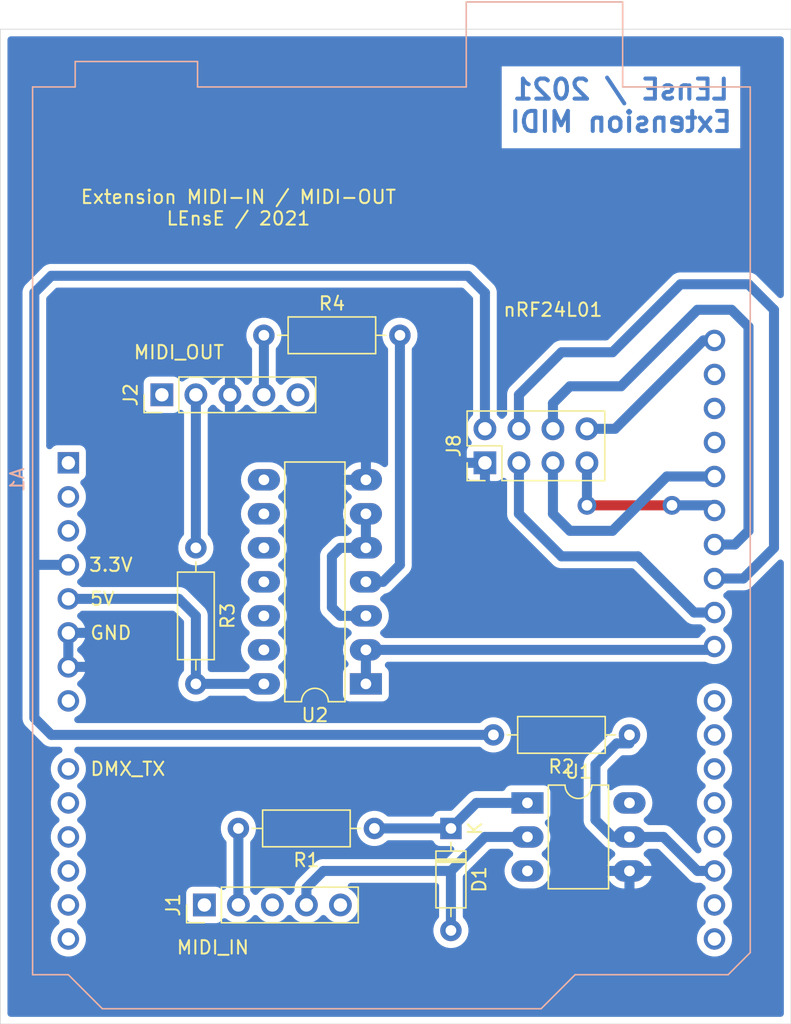
<source format=kicad_pcb>
(kicad_pcb (version 20171130) (host pcbnew "(5.1.6)-1")

  (general
    (thickness 1.6)
    (drawings 13)
    (tracks 83)
    (zones 0)
    (modules 11)
    (nets 46)
  )

  (page A4)
  (layers
    (0 F.Cu signal)
    (31 B.Cu signal)
    (32 B.Adhes user)
    (33 F.Adhes user)
    (34 B.Paste user)
    (35 F.Paste user)
    (36 B.SilkS user)
    (37 F.SilkS user)
    (38 B.Mask user)
    (39 F.Mask user)
    (40 Dwgs.User user)
    (41 Cmts.User user)
    (42 Eco1.User user)
    (43 Eco2.User user)
    (44 Edge.Cuts user)
    (45 Margin user)
    (46 B.CrtYd user)
    (47 F.CrtYd user)
    (48 B.Fab user)
    (49 F.Fab user)
  )

  (setup
    (last_trace_width 0.75)
    (user_trace_width 0.75)
    (user_trace_width 1)
    (trace_clearance 0.2)
    (zone_clearance 0.508)
    (zone_45_only no)
    (trace_min 0.2)
    (via_size 0.8)
    (via_drill 0.4)
    (via_min_size 0.4)
    (via_min_drill 0.3)
    (user_via 1.4 0.8)
    (uvia_size 0.3)
    (uvia_drill 0.1)
    (uvias_allowed no)
    (uvia_min_size 0.2)
    (uvia_min_drill 0.1)
    (edge_width 0.05)
    (segment_width 0.2)
    (pcb_text_width 0.3)
    (pcb_text_size 1.5 1.5)
    (mod_edge_width 0.12)
    (mod_text_size 1 1)
    (mod_text_width 0.15)
    (pad_size 1.524 1.524)
    (pad_drill 0.762)
    (pad_to_mask_clearance 0.05)
    (solder_mask_min_width 0.25)
    (aux_axis_origin 0 0)
    (grid_origin 187.325 166.37)
    (visible_elements 7FFFFFFF)
    (pcbplotparams
      (layerselection 0x010fc_ffffffff)
      (usegerberextensions false)
      (usegerberattributes true)
      (usegerberadvancedattributes true)
      (creategerberjobfile true)
      (excludeedgelayer true)
      (linewidth 0.100000)
      (plotframeref false)
      (viasonmask false)
      (mode 1)
      (useauxorigin false)
      (hpglpennumber 1)
      (hpglpenspeed 20)
      (hpglpendiameter 15.000000)
      (psnegative false)
      (psa4output false)
      (plotreference true)
      (plotvalue true)
      (plotinvisibletext false)
      (padsonsilk false)
      (subtractmaskfromsilk false)
      (outputformat 1)
      (mirror false)
      (drillshape 0)
      (scaleselection 1)
      (outputdirectory "carteExtMIDI"))
  )

  (net 0 "")
  (net 1 "Net-(A1-Pad31)")
  (net 2 "Net-(A1-Pad1)")
  (net 3 MIDI_IN_RX)
  (net 4 "Net-(A1-Pad2)")
  (net 5 "Net-(A1-Pad18)")
  (net 6 "Net-(A1-Pad3)")
  (net 7 start)
  (net 8 3.3V)
  (net 9 out_s)
  (net 10 5V)
  (net 11 enable)
  (net 12 GND)
  (net 13 CE_nrF)
  (net 14 MIDI_OUT_TX)
  (net 15 Vinput)
  (net 16 CSN_nrF)
  (net 17 DMX_TX)
  (net 18 IRQ_nrF)
  (net 19 "Net-(A1-Pad10)")
  (net 20 MOSI_nrF)
  (net 21 "Net-(A1-Pad11)")
  (net 22 MISO_nrF)
  (net 23 PitchIn)
  (net 24 SCK_nrF)
  (net 25 VolumeIn_Adapt)
  (net 26 AnInR)
  (net 27 "Net-(A1-Pad30)")
  (net 28 "Net-(A1-Pad15)")
  (net 29 "Net-(A1-Pad16)")
  (net 30 "Net-(D1-Pad1)")
  (net 31 "Net-(D1-Pad2)")
  (net 32 "Net-(J1-Pad5)")
  (net 33 "Net-(J1-Pad3)")
  (net 34 "Net-(J1-Pad2)")
  (net 35 "Net-(J1-Pad1)")
  (net 36 "Net-(J2-Pad1)")
  (net 37 "Net-(J2-Pad2)")
  (net 38 "Net-(J2-Pad4)")
  (net 39 "Net-(J2-Pad5)")
  (net 40 "Net-(R4-Pad2)")
  (net 41 "Net-(U1-Pad3)")
  (net 42 "Net-(U1-Pad6)")
  (net 43 "Net-(U2-Pad3)")
  (net 44 "Net-(A1-Pad22)")
  (net 45 "Net-(A1-Pad29)")

  (net_class Default "This is the default net class."
    (clearance 0.2)
    (trace_width 0.25)
    (via_dia 0.8)
    (via_drill 0.4)
    (uvia_dia 0.3)
    (uvia_drill 0.1)
    (add_net 3.3V)
    (add_net 5V)
    (add_net AnInR)
    (add_net CE_nrF)
    (add_net CSN_nrF)
    (add_net DMX_TX)
    (add_net GND)
    (add_net IRQ_nrF)
    (add_net MIDI_IN_RX)
    (add_net MIDI_OUT_TX)
    (add_net MISO_nrF)
    (add_net MOSI_nrF)
    (add_net "Net-(A1-Pad1)")
    (add_net "Net-(A1-Pad10)")
    (add_net "Net-(A1-Pad11)")
    (add_net "Net-(A1-Pad15)")
    (add_net "Net-(A1-Pad16)")
    (add_net "Net-(A1-Pad18)")
    (add_net "Net-(A1-Pad2)")
    (add_net "Net-(A1-Pad22)")
    (add_net "Net-(A1-Pad29)")
    (add_net "Net-(A1-Pad3)")
    (add_net "Net-(A1-Pad30)")
    (add_net "Net-(A1-Pad31)")
    (add_net "Net-(D1-Pad1)")
    (add_net "Net-(D1-Pad2)")
    (add_net "Net-(J1-Pad1)")
    (add_net "Net-(J1-Pad2)")
    (add_net "Net-(J1-Pad3)")
    (add_net "Net-(J1-Pad5)")
    (add_net "Net-(J2-Pad1)")
    (add_net "Net-(J2-Pad2)")
    (add_net "Net-(J2-Pad4)")
    (add_net "Net-(J2-Pad5)")
    (add_net "Net-(R4-Pad2)")
    (add_net "Net-(U1-Pad3)")
    (add_net "Net-(U1-Pad6)")
    (add_net "Net-(U2-Pad3)")
    (add_net PitchIn)
    (add_net SCK_nrF)
    (add_net Vinput)
    (add_net VolumeIn_Adapt)
    (add_net enable)
    (add_net out_s)
    (add_net start)
  )

  (module Module:Arduino_UNO_R3 (layer B.Cu) (tedit 58AB60FC) (tstamp 618CC29B)
    (at 121.92 99.695 270)
    (descr "Arduino UNO R3, http://www.mouser.com/pdfdocs/Gravitech_Arduino_Nano3_0.pdf")
    (tags "Arduino UNO R3")
    (path /618C72CF)
    (fp_text reference A1 (at 1.27 3.81 270) (layer B.SilkS)
      (effects (font (size 1 1) (thickness 0.15)) (justify mirror))
    )
    (fp_text value Arduino_UNO_R3 (at 0 -22.86 90) (layer B.Fab)
      (effects (font (size 1 1) (thickness 0.15)) (justify mirror))
    )
    (fp_line (start -27.94 2.54) (end 38.1 2.54) (layer B.Fab) (width 0.1))
    (fp_line (start -27.94 -50.8) (end -27.94 2.54) (layer B.Fab) (width 0.1))
    (fp_line (start 36.58 -50.8) (end -27.94 -50.8) (layer B.Fab) (width 0.1))
    (fp_line (start 38.1 -49.28) (end 36.58 -50.8) (layer B.Fab) (width 0.1))
    (fp_line (start 38.1 0) (end 40.64 -2.54) (layer B.Fab) (width 0.1))
    (fp_line (start 38.1 2.54) (end 38.1 0) (layer B.Fab) (width 0.1))
    (fp_line (start 40.64 -35.31) (end 38.1 -37.85) (layer B.Fab) (width 0.1))
    (fp_line (start 40.64 -2.54) (end 40.64 -35.31) (layer B.Fab) (width 0.1))
    (fp_line (start 38.1 -37.85) (end 38.1 -49.28) (layer B.Fab) (width 0.1))
    (fp_line (start -29.84 -9.53) (end -29.84 -0.64) (layer B.Fab) (width 0.1))
    (fp_line (start -16.51 -9.53) (end -29.84 -9.53) (layer B.Fab) (width 0.1))
    (fp_line (start -16.51 -0.64) (end -16.51 -9.53) (layer B.Fab) (width 0.1))
    (fp_line (start -29.84 -0.64) (end -16.51 -0.64) (layer B.Fab) (width 0.1))
    (fp_line (start -34.29 -41.27) (end -34.29 -29.84) (layer B.Fab) (width 0.1))
    (fp_line (start -18.41 -41.27) (end -34.29 -41.27) (layer B.Fab) (width 0.1))
    (fp_line (start -18.41 -29.84) (end -18.41 -41.27) (layer B.Fab) (width 0.1))
    (fp_line (start -34.29 -29.84) (end -18.41 -29.84) (layer B.Fab) (width 0.1))
    (fp_line (start 38.23 -37.85) (end 40.77 -35.31) (layer B.SilkS) (width 0.12))
    (fp_line (start 38.23 -49.28) (end 38.23 -37.85) (layer B.SilkS) (width 0.12))
    (fp_line (start 36.58 -50.93) (end 38.23 -49.28) (layer B.SilkS) (width 0.12))
    (fp_line (start -28.07 -50.93) (end 36.58 -50.93) (layer B.SilkS) (width 0.12))
    (fp_line (start -28.07 -41.4) (end -28.07 -50.93) (layer B.SilkS) (width 0.12))
    (fp_line (start -34.42 -41.4) (end -28.07 -41.4) (layer B.SilkS) (width 0.12))
    (fp_line (start -34.42 -29.72) (end -34.42 -41.4) (layer B.SilkS) (width 0.12))
    (fp_line (start -28.07 -29.72) (end -34.42 -29.72) (layer B.SilkS) (width 0.12))
    (fp_line (start -28.07 -9.65) (end -28.07 -29.72) (layer B.SilkS) (width 0.12))
    (fp_line (start -29.97 -9.65) (end -28.07 -9.65) (layer B.SilkS) (width 0.12))
    (fp_line (start -29.97 -0.51) (end -29.97 -9.65) (layer B.SilkS) (width 0.12))
    (fp_line (start -28.07 -0.51) (end -29.97 -0.51) (layer B.SilkS) (width 0.12))
    (fp_line (start -28.07 2.67) (end -28.07 -0.51) (layer B.SilkS) (width 0.12))
    (fp_line (start 38.23 2.67) (end -28.07 2.67) (layer B.SilkS) (width 0.12))
    (fp_line (start 38.23 0) (end 38.23 2.67) (layer B.SilkS) (width 0.12))
    (fp_line (start 40.77 -2.54) (end 38.23 0) (layer B.SilkS) (width 0.12))
    (fp_line (start 40.77 -35.31) (end 40.77 -2.54) (layer B.SilkS) (width 0.12))
    (fp_line (start -28.19 2.79) (end 38.35 2.79) (layer B.CrtYd) (width 0.05))
    (fp_line (start -28.19 -0.38) (end -28.19 2.79) (layer B.CrtYd) (width 0.05))
    (fp_line (start -30.1 -0.38) (end -28.19 -0.38) (layer B.CrtYd) (width 0.05))
    (fp_line (start -30.1 -9.78) (end -30.1 -0.38) (layer B.CrtYd) (width 0.05))
    (fp_line (start -28.19 -9.78) (end -30.1 -9.78) (layer B.CrtYd) (width 0.05))
    (fp_line (start -28.19 -29.59) (end -28.19 -9.78) (layer B.CrtYd) (width 0.05))
    (fp_line (start -34.54 -29.59) (end -28.19 -29.59) (layer B.CrtYd) (width 0.05))
    (fp_line (start -34.54 -41.53) (end -34.54 -29.59) (layer B.CrtYd) (width 0.05))
    (fp_line (start -28.19 -41.53) (end -34.54 -41.53) (layer B.CrtYd) (width 0.05))
    (fp_line (start -28.19 -51.05) (end -28.19 -41.53) (layer B.CrtYd) (width 0.05))
    (fp_line (start 36.58 -51.05) (end -28.19 -51.05) (layer B.CrtYd) (width 0.05))
    (fp_line (start 38.35 -49.28) (end 36.58 -51.05) (layer B.CrtYd) (width 0.05))
    (fp_line (start 38.35 -37.85) (end 38.35 -49.28) (layer B.CrtYd) (width 0.05))
    (fp_line (start 40.89 -35.31) (end 38.35 -37.85) (layer B.CrtYd) (width 0.05))
    (fp_line (start 40.89 -2.54) (end 40.89 -35.31) (layer B.CrtYd) (width 0.05))
    (fp_line (start 38.35 0) (end 40.89 -2.54) (layer B.CrtYd) (width 0.05))
    (fp_line (start 38.35 2.79) (end 38.35 0) (layer B.CrtYd) (width 0.05))
    (fp_text user %R (at 0 -20.32 270) (layer B.Fab)
      (effects (font (size 1 1) (thickness 0.15)) (justify mirror))
    )
    (pad 32 thru_hole oval (at -9.14 -48.26 180) (size 1.6 1.6) (drill 1) (layers *.Cu *.Mask)
      (net 18 IRQ_nrF))
    (pad 31 thru_hole oval (at -6.6 -48.26 180) (size 1.6 1.6) (drill 1) (layers *.Cu *.Mask)
      (net 1 "Net-(A1-Pad31)"))
    (pad 1 thru_hole rect (at 0 0 180) (size 1.6 1.6) (drill 1) (layers *.Cu *.Mask)
      (net 2 "Net-(A1-Pad1)"))
    (pad 17 thru_hole oval (at 30.48 -48.26 180) (size 1.6 1.6) (drill 1) (layers *.Cu *.Mask)
      (net 3 MIDI_IN_RX))
    (pad 2 thru_hole oval (at 2.54 0 180) (size 1.6 1.6) (drill 1) (layers *.Cu *.Mask)
      (net 4 "Net-(A1-Pad2)"))
    (pad 18 thru_hole oval (at 27.94 -48.26 180) (size 1.6 1.6) (drill 1) (layers *.Cu *.Mask)
      (net 5 "Net-(A1-Pad18)"))
    (pad 3 thru_hole oval (at 5.08 0 180) (size 1.6 1.6) (drill 1) (layers *.Cu *.Mask)
      (net 6 "Net-(A1-Pad3)"))
    (pad 19 thru_hole oval (at 25.4 -48.26 180) (size 1.6 1.6) (drill 1) (layers *.Cu *.Mask)
      (net 7 start))
    (pad 4 thru_hole oval (at 7.62 0 180) (size 1.6 1.6) (drill 1) (layers *.Cu *.Mask)
      (net 8 3.3V))
    (pad 20 thru_hole oval (at 22.86 -48.26 180) (size 1.6 1.6) (drill 1) (layers *.Cu *.Mask)
      (net 9 out_s))
    (pad 5 thru_hole oval (at 10.16 0 180) (size 1.6 1.6) (drill 1) (layers *.Cu *.Mask)
      (net 10 5V))
    (pad 21 thru_hole oval (at 20.32 -48.26 180) (size 1.6 1.6) (drill 1) (layers *.Cu *.Mask)
      (net 11 enable))
    (pad 6 thru_hole oval (at 12.7 0 180) (size 1.6 1.6) (drill 1) (layers *.Cu *.Mask)
      (net 12 GND))
    (pad 22 thru_hole oval (at 17.78 -48.26 180) (size 1.6 1.6) (drill 1) (layers *.Cu *.Mask)
      (net 44 "Net-(A1-Pad22)"))
    (pad 7 thru_hole oval (at 15.24 0 180) (size 1.6 1.6) (drill 1) (layers *.Cu *.Mask)
      (net 12 GND))
    (pad 23 thru_hole oval (at 13.72 -48.26 180) (size 1.6 1.6) (drill 1) (layers *.Cu *.Mask)
      (net 14 MIDI_OUT_TX))
    (pad 8 thru_hole oval (at 17.78 0 180) (size 1.6 1.6) (drill 1) (layers *.Cu *.Mask)
      (net 15 Vinput))
    (pad 24 thru_hole oval (at 11.18 -48.26 180) (size 1.6 1.6) (drill 1) (layers *.Cu *.Mask)
      (net 13 CE_nrF))
    (pad 9 thru_hole oval (at 22.86 0 180) (size 1.6 1.6) (drill 1) (layers *.Cu *.Mask)
      (net 17 DMX_TX))
    (pad 25 thru_hole oval (at 8.64 -48.26 180) (size 1.6 1.6) (drill 1) (layers *.Cu *.Mask)
      (net 16 CSN_nrF))
    (pad 10 thru_hole oval (at 25.4 0 180) (size 1.6 1.6) (drill 1) (layers *.Cu *.Mask)
      (net 19 "Net-(A1-Pad10)"))
    (pad 26 thru_hole oval (at 6.1 -48.26 180) (size 1.6 1.6) (drill 1) (layers *.Cu *.Mask)
      (net 20 MOSI_nrF))
    (pad 11 thru_hole oval (at 27.94 0 180) (size 1.6 1.6) (drill 1) (layers *.Cu *.Mask)
      (net 21 "Net-(A1-Pad11)"))
    (pad 27 thru_hole oval (at 3.56 -48.26 180) (size 1.6 1.6) (drill 1) (layers *.Cu *.Mask)
      (net 22 MISO_nrF))
    (pad 12 thru_hole oval (at 30.48 0 180) (size 1.6 1.6) (drill 1) (layers *.Cu *.Mask)
      (net 23 PitchIn))
    (pad 28 thru_hole oval (at 1.02 -48.26 180) (size 1.6 1.6) (drill 1) (layers *.Cu *.Mask)
      (net 24 SCK_nrF))
    (pad 13 thru_hole oval (at 33.02 0 180) (size 1.6 1.6) (drill 1) (layers *.Cu *.Mask)
      (net 25 VolumeIn_Adapt))
    (pad 29 thru_hole oval (at -1.52 -48.26 180) (size 1.6 1.6) (drill 1) (layers *.Cu *.Mask)
      (net 45 "Net-(A1-Pad29)"))
    (pad 14 thru_hole oval (at 35.56 0 180) (size 1.6 1.6) (drill 1) (layers *.Cu *.Mask)
      (net 26 AnInR))
    (pad 30 thru_hole oval (at -4.06 -48.26 180) (size 1.6 1.6) (drill 1) (layers *.Cu *.Mask)
      (net 27 "Net-(A1-Pad30)"))
    (pad 15 thru_hole oval (at 35.56 -48.26 180) (size 1.6 1.6) (drill 1) (layers *.Cu *.Mask)
      (net 28 "Net-(A1-Pad15)"))
    (pad 16 thru_hole oval (at 33.02 -48.26 180) (size 1.6 1.6) (drill 1) (layers *.Cu *.Mask)
      (net 29 "Net-(A1-Pad16)"))
    (model ${KISYS3DMOD}/Module.3dshapes/Arduino_UNO_R3.wrl
      (at (xyz 0 0 0))
      (scale (xyz 1 1 1))
      (rotate (xyz 0 0 0))
    )
  )

  (module Diode_THT:D_DO-35_SOD27_P7.62mm_Horizontal (layer F.Cu) (tedit 5AE50CD5) (tstamp 618CADE9)
    (at 150.495 127 270)
    (descr "Diode, DO-35_SOD27 series, Axial, Horizontal, pin pitch=7.62mm, , length*diameter=4*2mm^2, , http://www.diodes.com/_files/packages/DO-35.pdf")
    (tags "Diode DO-35_SOD27 series Axial Horizontal pin pitch 7.62mm  length 4mm diameter 2mm")
    (path /618CDD43)
    (fp_text reference D1 (at 3.81 -2.12 90) (layer F.SilkS)
      (effects (font (size 1 1) (thickness 0.15)))
    )
    (fp_text value 1N4148 (at 3.81 2.12 90) (layer F.Fab)
      (effects (font (size 1 1) (thickness 0.15)))
    )
    (fp_line (start 8.67 -1.25) (end -1.05 -1.25) (layer F.CrtYd) (width 0.05))
    (fp_line (start 8.67 1.25) (end 8.67 -1.25) (layer F.CrtYd) (width 0.05))
    (fp_line (start -1.05 1.25) (end 8.67 1.25) (layer F.CrtYd) (width 0.05))
    (fp_line (start -1.05 -1.25) (end -1.05 1.25) (layer F.CrtYd) (width 0.05))
    (fp_line (start 2.29 -1.12) (end 2.29 1.12) (layer F.SilkS) (width 0.12))
    (fp_line (start 2.53 -1.12) (end 2.53 1.12) (layer F.SilkS) (width 0.12))
    (fp_line (start 2.41 -1.12) (end 2.41 1.12) (layer F.SilkS) (width 0.12))
    (fp_line (start 6.58 0) (end 5.93 0) (layer F.SilkS) (width 0.12))
    (fp_line (start 1.04 0) (end 1.69 0) (layer F.SilkS) (width 0.12))
    (fp_line (start 5.93 -1.12) (end 1.69 -1.12) (layer F.SilkS) (width 0.12))
    (fp_line (start 5.93 1.12) (end 5.93 -1.12) (layer F.SilkS) (width 0.12))
    (fp_line (start 1.69 1.12) (end 5.93 1.12) (layer F.SilkS) (width 0.12))
    (fp_line (start 1.69 -1.12) (end 1.69 1.12) (layer F.SilkS) (width 0.12))
    (fp_line (start 2.31 -1) (end 2.31 1) (layer F.Fab) (width 0.1))
    (fp_line (start 2.51 -1) (end 2.51 1) (layer F.Fab) (width 0.1))
    (fp_line (start 2.41 -1) (end 2.41 1) (layer F.Fab) (width 0.1))
    (fp_line (start 7.62 0) (end 5.81 0) (layer F.Fab) (width 0.1))
    (fp_line (start 0 0) (end 1.81 0) (layer F.Fab) (width 0.1))
    (fp_line (start 5.81 -1) (end 1.81 -1) (layer F.Fab) (width 0.1))
    (fp_line (start 5.81 1) (end 5.81 -1) (layer F.Fab) (width 0.1))
    (fp_line (start 1.81 1) (end 5.81 1) (layer F.Fab) (width 0.1))
    (fp_line (start 1.81 -1) (end 1.81 1) (layer F.Fab) (width 0.1))
    (fp_text user %R (at 4.11 0 90) (layer F.Fab)
      (effects (font (size 0.8 0.8) (thickness 0.12)))
    )
    (fp_text user K (at 0 -1.8 90) (layer F.Fab)
      (effects (font (size 1 1) (thickness 0.15)))
    )
    (fp_text user K (at 0 -1.8 90) (layer F.SilkS)
      (effects (font (size 1 1) (thickness 0.15)))
    )
    (pad 1 thru_hole rect (at 0 0 270) (size 1.6 1.6) (drill 0.8) (layers *.Cu *.Mask)
      (net 30 "Net-(D1-Pad1)"))
    (pad 2 thru_hole oval (at 7.62 0 270) (size 1.6 1.6) (drill 0.8) (layers *.Cu *.Mask)
      (net 31 "Net-(D1-Pad2)"))
    (model ${KISYS3DMOD}/Diode_THT.3dshapes/D_DO-35_SOD27_P7.62mm_Horizontal.wrl
      (at (xyz 0 0 0))
      (scale (xyz 1 1 1))
      (rotate (xyz 0 0 0))
    )
  )

  (module Connector_PinHeader_2.54mm:PinHeader_1x05_P2.54mm_Vertical (layer F.Cu) (tedit 59FED5CC) (tstamp 618CAE02)
    (at 132.08 132.715 90)
    (descr "Through hole straight pin header, 1x05, 2.54mm pitch, single row")
    (tags "Through hole pin header THT 1x05 2.54mm single row")
    (path /618E93AF)
    (fp_text reference J1 (at 0 -2.33 90) (layer F.SilkS)
      (effects (font (size 1 1) (thickness 0.15)))
    )
    (fp_text value MIDI_IN (at 0 12.49 90) (layer F.Fab)
      (effects (font (size 1 1) (thickness 0.15)))
    )
    (fp_text user %R (at 0 5.08) (layer F.Fab)
      (effects (font (size 1 1) (thickness 0.15)))
    )
    (fp_line (start -0.635 -1.27) (end 1.27 -1.27) (layer F.Fab) (width 0.1))
    (fp_line (start 1.27 -1.27) (end 1.27 11.43) (layer F.Fab) (width 0.1))
    (fp_line (start 1.27 11.43) (end -1.27 11.43) (layer F.Fab) (width 0.1))
    (fp_line (start -1.27 11.43) (end -1.27 -0.635) (layer F.Fab) (width 0.1))
    (fp_line (start -1.27 -0.635) (end -0.635 -1.27) (layer F.Fab) (width 0.1))
    (fp_line (start -1.33 11.49) (end 1.33 11.49) (layer F.SilkS) (width 0.12))
    (fp_line (start -1.33 1.27) (end -1.33 11.49) (layer F.SilkS) (width 0.12))
    (fp_line (start 1.33 1.27) (end 1.33 11.49) (layer F.SilkS) (width 0.12))
    (fp_line (start -1.33 1.27) (end 1.33 1.27) (layer F.SilkS) (width 0.12))
    (fp_line (start -1.33 0) (end -1.33 -1.33) (layer F.SilkS) (width 0.12))
    (fp_line (start -1.33 -1.33) (end 0 -1.33) (layer F.SilkS) (width 0.12))
    (fp_line (start -1.8 -1.8) (end -1.8 11.95) (layer F.CrtYd) (width 0.05))
    (fp_line (start -1.8 11.95) (end 1.8 11.95) (layer F.CrtYd) (width 0.05))
    (fp_line (start 1.8 11.95) (end 1.8 -1.8) (layer F.CrtYd) (width 0.05))
    (fp_line (start 1.8 -1.8) (end -1.8 -1.8) (layer F.CrtYd) (width 0.05))
    (pad 5 thru_hole oval (at 0 10.16 90) (size 1.7 1.7) (drill 1) (layers *.Cu *.Mask)
      (net 32 "Net-(J1-Pad5)"))
    (pad 4 thru_hole oval (at 0 7.62 90) (size 1.7 1.7) (drill 1) (layers *.Cu *.Mask)
      (net 31 "Net-(D1-Pad2)"))
    (pad 3 thru_hole oval (at 0 5.08 90) (size 1.7 1.7) (drill 1) (layers *.Cu *.Mask)
      (net 33 "Net-(J1-Pad3)"))
    (pad 2 thru_hole oval (at 0 2.54 90) (size 1.7 1.7) (drill 1) (layers *.Cu *.Mask)
      (net 34 "Net-(J1-Pad2)"))
    (pad 1 thru_hole rect (at 0 0 90) (size 1.7 1.7) (drill 1) (layers *.Cu *.Mask)
      (net 35 "Net-(J1-Pad1)"))
    (model ${KISYS3DMOD}/Connector_PinHeader_2.54mm.3dshapes/PinHeader_1x05_P2.54mm_Vertical.wrl
      (at (xyz 0 0 0))
      (scale (xyz 1 1 1))
      (rotate (xyz 0 0 0))
    )
  )

  (module Connector_PinHeader_2.54mm:PinHeader_1x05_P2.54mm_Vertical (layer F.Cu) (tedit 59FED5CC) (tstamp 618CAE1B)
    (at 128.905 94.615 90)
    (descr "Through hole straight pin header, 1x05, 2.54mm pitch, single row")
    (tags "Through hole pin header THT 1x05 2.54mm single row")
    (path /618D10E0)
    (fp_text reference J2 (at 0 -2.33 90) (layer F.SilkS)
      (effects (font (size 1 1) (thickness 0.15)))
    )
    (fp_text value MIDI_OUT (at 0 12.49 90) (layer F.Fab)
      (effects (font (size 1 1) (thickness 0.15)))
    )
    (fp_line (start 1.8 -1.8) (end -1.8 -1.8) (layer F.CrtYd) (width 0.05))
    (fp_line (start 1.8 11.95) (end 1.8 -1.8) (layer F.CrtYd) (width 0.05))
    (fp_line (start -1.8 11.95) (end 1.8 11.95) (layer F.CrtYd) (width 0.05))
    (fp_line (start -1.8 -1.8) (end -1.8 11.95) (layer F.CrtYd) (width 0.05))
    (fp_line (start -1.33 -1.33) (end 0 -1.33) (layer F.SilkS) (width 0.12))
    (fp_line (start -1.33 0) (end -1.33 -1.33) (layer F.SilkS) (width 0.12))
    (fp_line (start -1.33 1.27) (end 1.33 1.27) (layer F.SilkS) (width 0.12))
    (fp_line (start 1.33 1.27) (end 1.33 11.49) (layer F.SilkS) (width 0.12))
    (fp_line (start -1.33 1.27) (end -1.33 11.49) (layer F.SilkS) (width 0.12))
    (fp_line (start -1.33 11.49) (end 1.33 11.49) (layer F.SilkS) (width 0.12))
    (fp_line (start -1.27 -0.635) (end -0.635 -1.27) (layer F.Fab) (width 0.1))
    (fp_line (start -1.27 11.43) (end -1.27 -0.635) (layer F.Fab) (width 0.1))
    (fp_line (start 1.27 11.43) (end -1.27 11.43) (layer F.Fab) (width 0.1))
    (fp_line (start 1.27 -1.27) (end 1.27 11.43) (layer F.Fab) (width 0.1))
    (fp_line (start -0.635 -1.27) (end 1.27 -1.27) (layer F.Fab) (width 0.1))
    (fp_text user %R (at 0 5.08) (layer F.Fab)
      (effects (font (size 1 1) (thickness 0.15)))
    )
    (pad 1 thru_hole rect (at 0 0 90) (size 1.7 1.7) (drill 1) (layers *.Cu *.Mask)
      (net 36 "Net-(J2-Pad1)"))
    (pad 2 thru_hole oval (at 0 2.54 90) (size 1.7 1.7) (drill 1) (layers *.Cu *.Mask)
      (net 37 "Net-(J2-Pad2)"))
    (pad 3 thru_hole oval (at 0 5.08 90) (size 1.7 1.7) (drill 1) (layers *.Cu *.Mask)
      (net 12 GND))
    (pad 4 thru_hole oval (at 0 7.62 90) (size 1.7 1.7) (drill 1) (layers *.Cu *.Mask)
      (net 38 "Net-(J2-Pad4)"))
    (pad 5 thru_hole oval (at 0 10.16 90) (size 1.7 1.7) (drill 1) (layers *.Cu *.Mask)
      (net 39 "Net-(J2-Pad5)"))
    (model ${KISYS3DMOD}/Connector_PinHeader_2.54mm.3dshapes/PinHeader_1x05_P2.54mm_Vertical.wrl
      (at (xyz 0 0 0))
      (scale (xyz 1 1 1))
      (rotate (xyz 0 0 0))
    )
  )

  (module Connector_PinHeader_2.54mm:PinHeader_2x04_P2.54mm_Vertical (layer F.Cu) (tedit 59FED5CC) (tstamp 618CAE39)
    (at 153.035 99.695 90)
    (descr "Through hole straight pin header, 2x04, 2.54mm pitch, double rows")
    (tags "Through hole pin header THT 2x04 2.54mm double row")
    (path /614A2725)
    (fp_text reference J8 (at 1.27 -2.33 90) (layer F.SilkS)
      (effects (font (size 1 1) (thickness 0.15)))
    )
    (fp_text value Conn_02x04_Odd_Even (at 1.27 9.95 90) (layer F.Fab)
      (effects (font (size 1 1) (thickness 0.15)))
    )
    (fp_line (start 4.35 -1.8) (end -1.8 -1.8) (layer F.CrtYd) (width 0.05))
    (fp_line (start 4.35 9.4) (end 4.35 -1.8) (layer F.CrtYd) (width 0.05))
    (fp_line (start -1.8 9.4) (end 4.35 9.4) (layer F.CrtYd) (width 0.05))
    (fp_line (start -1.8 -1.8) (end -1.8 9.4) (layer F.CrtYd) (width 0.05))
    (fp_line (start -1.33 -1.33) (end 0 -1.33) (layer F.SilkS) (width 0.12))
    (fp_line (start -1.33 0) (end -1.33 -1.33) (layer F.SilkS) (width 0.12))
    (fp_line (start 1.27 -1.33) (end 3.87 -1.33) (layer F.SilkS) (width 0.12))
    (fp_line (start 1.27 1.27) (end 1.27 -1.33) (layer F.SilkS) (width 0.12))
    (fp_line (start -1.33 1.27) (end 1.27 1.27) (layer F.SilkS) (width 0.12))
    (fp_line (start 3.87 -1.33) (end 3.87 8.95) (layer F.SilkS) (width 0.12))
    (fp_line (start -1.33 1.27) (end -1.33 8.95) (layer F.SilkS) (width 0.12))
    (fp_line (start -1.33 8.95) (end 3.87 8.95) (layer F.SilkS) (width 0.12))
    (fp_line (start -1.27 0) (end 0 -1.27) (layer F.Fab) (width 0.1))
    (fp_line (start -1.27 8.89) (end -1.27 0) (layer F.Fab) (width 0.1))
    (fp_line (start 3.81 8.89) (end -1.27 8.89) (layer F.Fab) (width 0.1))
    (fp_line (start 3.81 -1.27) (end 3.81 8.89) (layer F.Fab) (width 0.1))
    (fp_line (start 0 -1.27) (end 3.81 -1.27) (layer F.Fab) (width 0.1))
    (fp_text user %R (at 1.27 3.81) (layer F.Fab)
      (effects (font (size 1 1) (thickness 0.15)))
    )
    (pad 1 thru_hole rect (at 0 0 90) (size 1.7 1.7) (drill 1) (layers *.Cu *.Mask)
      (net 12 GND))
    (pad 2 thru_hole oval (at 2.54 0 90) (size 1.7 1.7) (drill 1) (layers *.Cu *.Mask)
      (net 8 3.3V))
    (pad 3 thru_hole oval (at 0 2.54 90) (size 1.7 1.7) (drill 1) (layers *.Cu *.Mask)
      (net 13 CE_nrF))
    (pad 4 thru_hole oval (at 2.54 2.54 90) (size 1.7 1.7) (drill 1) (layers *.Cu *.Mask)
      (net 16 CSN_nrF))
    (pad 5 thru_hole oval (at 0 5.08 90) (size 1.7 1.7) (drill 1) (layers *.Cu *.Mask)
      (net 24 SCK_nrF))
    (pad 6 thru_hole oval (at 2.54 5.08 90) (size 1.7 1.7) (drill 1) (layers *.Cu *.Mask)
      (net 20 MOSI_nrF))
    (pad 7 thru_hole oval (at 0 7.62 90) (size 1.7 1.7) (drill 1) (layers *.Cu *.Mask)
      (net 22 MISO_nrF))
    (pad 8 thru_hole oval (at 2.54 7.62 90) (size 1.7 1.7) (drill 1) (layers *.Cu *.Mask)
      (net 18 IRQ_nrF))
    (model ${KISYS3DMOD}/Connector_PinHeader_2.54mm.3dshapes/PinHeader_2x04_P2.54mm_Vertical.wrl
      (at (xyz 0 0 0))
      (scale (xyz 1 1 1))
      (rotate (xyz 0 0 0))
    )
  )

  (module Resistor_THT:R_Axial_DIN0207_L6.3mm_D2.5mm_P10.16mm_Horizontal (layer F.Cu) (tedit 5AE5139B) (tstamp 618CAE50)
    (at 144.78 127 180)
    (descr "Resistor, Axial_DIN0207 series, Axial, Horizontal, pin pitch=10.16mm, 0.25W = 1/4W, length*diameter=6.3*2.5mm^2, http://cdn-reichelt.de/documents/datenblatt/B400/1_4W%23YAG.pdf")
    (tags "Resistor Axial_DIN0207 series Axial Horizontal pin pitch 10.16mm 0.25W = 1/4W length 6.3mm diameter 2.5mm")
    (path /618CCFF3)
    (fp_text reference R1 (at 5.08 -2.37) (layer F.SilkS)
      (effects (font (size 1 1) (thickness 0.15)))
    )
    (fp_text value 220 (at 5.08 2.37) (layer F.Fab)
      (effects (font (size 1 1) (thickness 0.15)))
    )
    (fp_line (start 11.21 -1.5) (end -1.05 -1.5) (layer F.CrtYd) (width 0.05))
    (fp_line (start 11.21 1.5) (end 11.21 -1.5) (layer F.CrtYd) (width 0.05))
    (fp_line (start -1.05 1.5) (end 11.21 1.5) (layer F.CrtYd) (width 0.05))
    (fp_line (start -1.05 -1.5) (end -1.05 1.5) (layer F.CrtYd) (width 0.05))
    (fp_line (start 9.12 0) (end 8.35 0) (layer F.SilkS) (width 0.12))
    (fp_line (start 1.04 0) (end 1.81 0) (layer F.SilkS) (width 0.12))
    (fp_line (start 8.35 -1.37) (end 1.81 -1.37) (layer F.SilkS) (width 0.12))
    (fp_line (start 8.35 1.37) (end 8.35 -1.37) (layer F.SilkS) (width 0.12))
    (fp_line (start 1.81 1.37) (end 8.35 1.37) (layer F.SilkS) (width 0.12))
    (fp_line (start 1.81 -1.37) (end 1.81 1.37) (layer F.SilkS) (width 0.12))
    (fp_line (start 10.16 0) (end 8.23 0) (layer F.Fab) (width 0.1))
    (fp_line (start 0 0) (end 1.93 0) (layer F.Fab) (width 0.1))
    (fp_line (start 8.23 -1.25) (end 1.93 -1.25) (layer F.Fab) (width 0.1))
    (fp_line (start 8.23 1.25) (end 8.23 -1.25) (layer F.Fab) (width 0.1))
    (fp_line (start 1.93 1.25) (end 8.23 1.25) (layer F.Fab) (width 0.1))
    (fp_line (start 1.93 -1.25) (end 1.93 1.25) (layer F.Fab) (width 0.1))
    (fp_text user %R (at 5.08 0) (layer F.Fab)
      (effects (font (size 1 1) (thickness 0.15)))
    )
    (pad 1 thru_hole circle (at 0 0 180) (size 1.6 1.6) (drill 0.8) (layers *.Cu *.Mask)
      (net 30 "Net-(D1-Pad1)"))
    (pad 2 thru_hole oval (at 10.16 0 180) (size 1.6 1.6) (drill 0.8) (layers *.Cu *.Mask)
      (net 34 "Net-(J1-Pad2)"))
    (model ${KISYS3DMOD}/Resistor_THT.3dshapes/R_Axial_DIN0207_L6.3mm_D2.5mm_P10.16mm_Horizontal.wrl
      (at (xyz 0 0 0))
      (scale (xyz 1 1 1))
      (rotate (xyz 0 0 0))
    )
  )

  (module Resistor_THT:R_Axial_DIN0207_L6.3mm_D2.5mm_P10.16mm_Horizontal (layer F.Cu) (tedit 5AE5139B) (tstamp 618CBE2D)
    (at 163.83 120.015 180)
    (descr "Resistor, Axial_DIN0207 series, Axial, Horizontal, pin pitch=10.16mm, 0.25W = 1/4W, length*diameter=6.3*2.5mm^2, http://cdn-reichelt.de/documents/datenblatt/B400/1_4W%23YAG.pdf")
    (tags "Resistor Axial_DIN0207 series Axial Horizontal pin pitch 10.16mm 0.25W = 1/4W length 6.3mm diameter 2.5mm")
    (path /618E0399)
    (fp_text reference R2 (at 5.08 -2.37) (layer F.SilkS)
      (effects (font (size 1 1) (thickness 0.15)))
    )
    (fp_text value 1.2k (at 5.08 2.37) (layer F.Fab)
      (effects (font (size 1 1) (thickness 0.15)))
    )
    (fp_text user %R (at 4.824999 0) (layer F.Fab)
      (effects (font (size 1 1) (thickness 0.15)))
    )
    (fp_line (start 1.93 -1.25) (end 1.93 1.25) (layer F.Fab) (width 0.1))
    (fp_line (start 1.93 1.25) (end 8.23 1.25) (layer F.Fab) (width 0.1))
    (fp_line (start 8.23 1.25) (end 8.23 -1.25) (layer F.Fab) (width 0.1))
    (fp_line (start 8.23 -1.25) (end 1.93 -1.25) (layer F.Fab) (width 0.1))
    (fp_line (start 0 0) (end 1.93 0) (layer F.Fab) (width 0.1))
    (fp_line (start 10.16 0) (end 8.23 0) (layer F.Fab) (width 0.1))
    (fp_line (start 1.81 -1.37) (end 1.81 1.37) (layer F.SilkS) (width 0.12))
    (fp_line (start 1.81 1.37) (end 8.35 1.37) (layer F.SilkS) (width 0.12))
    (fp_line (start 8.35 1.37) (end 8.35 -1.37) (layer F.SilkS) (width 0.12))
    (fp_line (start 8.35 -1.37) (end 1.81 -1.37) (layer F.SilkS) (width 0.12))
    (fp_line (start 1.04 0) (end 1.81 0) (layer F.SilkS) (width 0.12))
    (fp_line (start 9.12 0) (end 8.35 0) (layer F.SilkS) (width 0.12))
    (fp_line (start -1.05 -1.5) (end -1.05 1.5) (layer F.CrtYd) (width 0.05))
    (fp_line (start -1.05 1.5) (end 11.21 1.5) (layer F.CrtYd) (width 0.05))
    (fp_line (start 11.21 1.5) (end 11.21 -1.5) (layer F.CrtYd) (width 0.05))
    (fp_line (start 11.21 -1.5) (end -1.05 -1.5) (layer F.CrtYd) (width 0.05))
    (pad 2 thru_hole oval (at 10.16 0 180) (size 1.6 1.6) (drill 0.8) (layers *.Cu *.Mask)
      (net 8 3.3V))
    (pad 1 thru_hole circle (at 0 0 180) (size 1.6 1.6) (drill 0.8) (layers *.Cu *.Mask)
      (net 3 MIDI_IN_RX))
    (model ${KISYS3DMOD}/Resistor_THT.3dshapes/R_Axial_DIN0207_L6.3mm_D2.5mm_P10.16mm_Horizontal.wrl
      (at (xyz 0 0 0))
      (scale (xyz 1 1 1))
      (rotate (xyz 0 0 0))
    )
  )

  (module Resistor_THT:R_Axial_DIN0207_L6.3mm_D2.5mm_P10.16mm_Horizontal (layer F.Cu) (tedit 5AE5139B) (tstamp 618CAE7E)
    (at 131.445 106.045 270)
    (descr "Resistor, Axial_DIN0207 series, Axial, Horizontal, pin pitch=10.16mm, 0.25W = 1/4W, length*diameter=6.3*2.5mm^2, http://cdn-reichelt.de/documents/datenblatt/B400/1_4W%23YAG.pdf")
    (tags "Resistor Axial_DIN0207 series Axial Horizontal pin pitch 10.16mm 0.25W = 1/4W length 6.3mm diameter 2.5mm")
    (path /618EA274)
    (fp_text reference R3 (at 5.08 -2.37 90) (layer F.SilkS)
      (effects (font (size 1 1) (thickness 0.15)))
    )
    (fp_text value 220 (at 5.08 2.37 90) (layer F.Fab)
      (effects (font (size 1 1) (thickness 0.15)))
    )
    (fp_line (start 11.21 -1.5) (end -1.05 -1.5) (layer F.CrtYd) (width 0.05))
    (fp_line (start 11.21 1.5) (end 11.21 -1.5) (layer F.CrtYd) (width 0.05))
    (fp_line (start -1.05 1.5) (end 11.21 1.5) (layer F.CrtYd) (width 0.05))
    (fp_line (start -1.05 -1.5) (end -1.05 1.5) (layer F.CrtYd) (width 0.05))
    (fp_line (start 9.12 0) (end 8.35 0) (layer F.SilkS) (width 0.12))
    (fp_line (start 1.04 0) (end 1.81 0) (layer F.SilkS) (width 0.12))
    (fp_line (start 8.35 -1.37) (end 1.81 -1.37) (layer F.SilkS) (width 0.12))
    (fp_line (start 8.35 1.37) (end 8.35 -1.37) (layer F.SilkS) (width 0.12))
    (fp_line (start 1.81 1.37) (end 8.35 1.37) (layer F.SilkS) (width 0.12))
    (fp_line (start 1.81 -1.37) (end 1.81 1.37) (layer F.SilkS) (width 0.12))
    (fp_line (start 10.16 0) (end 8.23 0) (layer F.Fab) (width 0.1))
    (fp_line (start 0 0) (end 1.93 0) (layer F.Fab) (width 0.1))
    (fp_line (start 8.23 -1.25) (end 1.93 -1.25) (layer F.Fab) (width 0.1))
    (fp_line (start 8.23 1.25) (end 8.23 -1.25) (layer F.Fab) (width 0.1))
    (fp_line (start 1.93 1.25) (end 8.23 1.25) (layer F.Fab) (width 0.1))
    (fp_line (start 1.93 -1.25) (end 1.93 1.25) (layer F.Fab) (width 0.1))
    (fp_text user %R (at 5.08 0 90) (layer F.Fab)
      (effects (font (size 1 1) (thickness 0.15)))
    )
    (pad 1 thru_hole circle (at 0 0 270) (size 1.6 1.6) (drill 0.8) (layers *.Cu *.Mask)
      (net 37 "Net-(J2-Pad2)"))
    (pad 2 thru_hole oval (at 10.16 0 270) (size 1.6 1.6) (drill 0.8) (layers *.Cu *.Mask)
      (net 10 5V))
    (model ${KISYS3DMOD}/Resistor_THT.3dshapes/R_Axial_DIN0207_L6.3mm_D2.5mm_P10.16mm_Horizontal.wrl
      (at (xyz 0 0 0))
      (scale (xyz 1 1 1))
      (rotate (xyz 0 0 0))
    )
  )

  (module Resistor_THT:R_Axial_DIN0207_L6.3mm_D2.5mm_P10.16mm_Horizontal (layer F.Cu) (tedit 5AE5139B) (tstamp 618CAE95)
    (at 136.525 90.17)
    (descr "Resistor, Axial_DIN0207 series, Axial, Horizontal, pin pitch=10.16mm, 0.25W = 1/4W, length*diameter=6.3*2.5mm^2, http://cdn-reichelt.de/documents/datenblatt/B400/1_4W%23YAG.pdf")
    (tags "Resistor Axial_DIN0207 series Axial Horizontal pin pitch 10.16mm 0.25W = 1/4W length 6.3mm diameter 2.5mm")
    (path /618EAB13)
    (fp_text reference R4 (at 5.08 -2.37) (layer F.SilkS)
      (effects (font (size 1 1) (thickness 0.15)))
    )
    (fp_text value 220 (at 5.08 2.37) (layer F.Fab)
      (effects (font (size 1 1) (thickness 0.15)))
    )
    (fp_text user %R (at 5.08 0) (layer F.Fab)
      (effects (font (size 1 1) (thickness 0.15)))
    )
    (fp_line (start 1.93 -1.25) (end 1.93 1.25) (layer F.Fab) (width 0.1))
    (fp_line (start 1.93 1.25) (end 8.23 1.25) (layer F.Fab) (width 0.1))
    (fp_line (start 8.23 1.25) (end 8.23 -1.25) (layer F.Fab) (width 0.1))
    (fp_line (start 8.23 -1.25) (end 1.93 -1.25) (layer F.Fab) (width 0.1))
    (fp_line (start 0 0) (end 1.93 0) (layer F.Fab) (width 0.1))
    (fp_line (start 10.16 0) (end 8.23 0) (layer F.Fab) (width 0.1))
    (fp_line (start 1.81 -1.37) (end 1.81 1.37) (layer F.SilkS) (width 0.12))
    (fp_line (start 1.81 1.37) (end 8.35 1.37) (layer F.SilkS) (width 0.12))
    (fp_line (start 8.35 1.37) (end 8.35 -1.37) (layer F.SilkS) (width 0.12))
    (fp_line (start 8.35 -1.37) (end 1.81 -1.37) (layer F.SilkS) (width 0.12))
    (fp_line (start 1.04 0) (end 1.81 0) (layer F.SilkS) (width 0.12))
    (fp_line (start 9.12 0) (end 8.35 0) (layer F.SilkS) (width 0.12))
    (fp_line (start -1.05 -1.5) (end -1.05 1.5) (layer F.CrtYd) (width 0.05))
    (fp_line (start -1.05 1.5) (end 11.21 1.5) (layer F.CrtYd) (width 0.05))
    (fp_line (start 11.21 1.5) (end 11.21 -1.5) (layer F.CrtYd) (width 0.05))
    (fp_line (start 11.21 -1.5) (end -1.05 -1.5) (layer F.CrtYd) (width 0.05))
    (pad 2 thru_hole oval (at 10.16 0) (size 1.6 1.6) (drill 0.8) (layers *.Cu *.Mask)
      (net 40 "Net-(R4-Pad2)"))
    (pad 1 thru_hole circle (at 0 0) (size 1.6 1.6) (drill 0.8) (layers *.Cu *.Mask)
      (net 38 "Net-(J2-Pad4)"))
    (model ${KISYS3DMOD}/Resistor_THT.3dshapes/R_Axial_DIN0207_L6.3mm_D2.5mm_P10.16mm_Horizontal.wrl
      (at (xyz 0 0 0))
      (scale (xyz 1 1 1))
      (rotate (xyz 0 0 0))
    )
  )

  (module Package_DIP:DIP-6_W7.62mm_LongPads (layer F.Cu) (tedit 5A02E8C5) (tstamp 618CAEAF)
    (at 156.21 125.095)
    (descr "6-lead though-hole mounted DIP package, row spacing 7.62 mm (300 mils), LongPads")
    (tags "THT DIP DIL PDIP 2.54mm 7.62mm 300mil LongPads")
    (path /618CC0D8)
    (fp_text reference U1 (at 3.81 -2.33) (layer F.SilkS)
      (effects (font (size 1 1) (thickness 0.15)))
    )
    (fp_text value CNY17_1 (at 3.81 7.41) (layer F.Fab)
      (effects (font (size 1 1) (thickness 0.15)))
    )
    (fp_line (start 9.1 -1.55) (end -1.45 -1.55) (layer F.CrtYd) (width 0.05))
    (fp_line (start 9.1 6.6) (end 9.1 -1.55) (layer F.CrtYd) (width 0.05))
    (fp_line (start -1.45 6.6) (end 9.1 6.6) (layer F.CrtYd) (width 0.05))
    (fp_line (start -1.45 -1.55) (end -1.45 6.6) (layer F.CrtYd) (width 0.05))
    (fp_line (start 6.06 -1.33) (end 4.81 -1.33) (layer F.SilkS) (width 0.12))
    (fp_line (start 6.06 6.41) (end 6.06 -1.33) (layer F.SilkS) (width 0.12))
    (fp_line (start 1.56 6.41) (end 6.06 6.41) (layer F.SilkS) (width 0.12))
    (fp_line (start 1.56 -1.33) (end 1.56 6.41) (layer F.SilkS) (width 0.12))
    (fp_line (start 2.81 -1.33) (end 1.56 -1.33) (layer F.SilkS) (width 0.12))
    (fp_line (start 0.635 -0.27) (end 1.635 -1.27) (layer F.Fab) (width 0.1))
    (fp_line (start 0.635 6.35) (end 0.635 -0.27) (layer F.Fab) (width 0.1))
    (fp_line (start 6.985 6.35) (end 0.635 6.35) (layer F.Fab) (width 0.1))
    (fp_line (start 6.985 -1.27) (end 6.985 6.35) (layer F.Fab) (width 0.1))
    (fp_line (start 1.635 -1.27) (end 6.985 -1.27) (layer F.Fab) (width 0.1))
    (fp_arc (start 3.81 -1.33) (end 2.81 -1.33) (angle -180) (layer F.SilkS) (width 0.12))
    (fp_text user %R (at 3.81 2.54) (layer F.Fab)
      (effects (font (size 1 1) (thickness 0.15)))
    )
    (pad 1 thru_hole rect (at 0 0) (size 2.4 1.6) (drill 0.8) (layers *.Cu *.Mask)
      (net 30 "Net-(D1-Pad1)"))
    (pad 4 thru_hole oval (at 7.62 5.08) (size 2.4 1.6) (drill 0.8) (layers *.Cu *.Mask)
      (net 12 GND))
    (pad 2 thru_hole oval (at 0 2.54) (size 2.4 1.6) (drill 0.8) (layers *.Cu *.Mask)
      (net 31 "Net-(D1-Pad2)"))
    (pad 5 thru_hole oval (at 7.62 2.54) (size 2.4 1.6) (drill 0.8) (layers *.Cu *.Mask)
      (net 3 MIDI_IN_RX))
    (pad 3 thru_hole oval (at 0 5.08) (size 2.4 1.6) (drill 0.8) (layers *.Cu *.Mask)
      (net 41 "Net-(U1-Pad3)"))
    (pad 6 thru_hole oval (at 7.62 0) (size 2.4 1.6) (drill 0.8) (layers *.Cu *.Mask)
      (net 42 "Net-(U1-Pad6)"))
    (model ${KISYS3DMOD}/Package_DIP.3dshapes/DIP-6_W7.62mm.wrl
      (at (xyz 0 0 0))
      (scale (xyz 1 1 1))
      (rotate (xyz 0 0 0))
    )
  )

  (module Package_DIP:DIP-14_W7.62mm_LongPads (layer F.Cu) (tedit 5A02E8C5) (tstamp 618CAED1)
    (at 144.145 116.205 180)
    (descr "14-lead though-hole mounted DIP package, row spacing 7.62 mm (300 mils), LongPads")
    (tags "THT DIP DIL PDIP 2.54mm 7.62mm 300mil LongPads")
    (path /618EE970)
    (fp_text reference U2 (at 3.81 -2.33) (layer F.SilkS)
      (effects (font (size 1 1) (thickness 0.15)))
    )
    (fp_text value 4011 (at 3.81 17.57) (layer F.Fab)
      (effects (font (size 1 1) (thickness 0.15)))
    )
    (fp_line (start 9.1 -1.55) (end -1.45 -1.55) (layer F.CrtYd) (width 0.05))
    (fp_line (start 9.1 16.8) (end 9.1 -1.55) (layer F.CrtYd) (width 0.05))
    (fp_line (start -1.45 16.8) (end 9.1 16.8) (layer F.CrtYd) (width 0.05))
    (fp_line (start -1.45 -1.55) (end -1.45 16.8) (layer F.CrtYd) (width 0.05))
    (fp_line (start 6.06 -1.33) (end 4.81 -1.33) (layer F.SilkS) (width 0.12))
    (fp_line (start 6.06 16.57) (end 6.06 -1.33) (layer F.SilkS) (width 0.12))
    (fp_line (start 1.56 16.57) (end 6.06 16.57) (layer F.SilkS) (width 0.12))
    (fp_line (start 1.56 -1.33) (end 1.56 16.57) (layer F.SilkS) (width 0.12))
    (fp_line (start 2.81 -1.33) (end 1.56 -1.33) (layer F.SilkS) (width 0.12))
    (fp_line (start 0.635 -0.27) (end 1.635 -1.27) (layer F.Fab) (width 0.1))
    (fp_line (start 0.635 16.51) (end 0.635 -0.27) (layer F.Fab) (width 0.1))
    (fp_line (start 6.985 16.51) (end 0.635 16.51) (layer F.Fab) (width 0.1))
    (fp_line (start 6.985 -1.27) (end 6.985 16.51) (layer F.Fab) (width 0.1))
    (fp_line (start 1.635 -1.27) (end 6.985 -1.27) (layer F.Fab) (width 0.1))
    (fp_arc (start 3.81 -1.33) (end 2.81 -1.33) (angle -180) (layer F.SilkS) (width 0.12))
    (fp_text user %R (at 3.81 7.62) (layer F.Fab)
      (effects (font (size 1 1) (thickness 0.15)))
    )
    (pad 1 thru_hole rect (at 0 0 180) (size 2.4 1.6) (drill 0.8) (layers *.Cu *.Mask)
      (net 14 MIDI_OUT_TX))
    (pad 8 thru_hole oval (at 7.62 15.24 180) (size 2.4 1.6) (drill 0.8) (layers *.Cu *.Mask))
    (pad 2 thru_hole oval (at 0 2.54 180) (size 2.4 1.6) (drill 0.8) (layers *.Cu *.Mask)
      (net 14 MIDI_OUT_TX))
    (pad 9 thru_hole oval (at 7.62 12.7 180) (size 2.4 1.6) (drill 0.8) (layers *.Cu *.Mask))
    (pad 3 thru_hole oval (at 0 5.08 180) (size 2.4 1.6) (drill 0.8) (layers *.Cu *.Mask)
      (net 43 "Net-(U2-Pad3)"))
    (pad 10 thru_hole oval (at 7.62 10.16 180) (size 2.4 1.6) (drill 0.8) (layers *.Cu *.Mask))
    (pad 4 thru_hole oval (at 0 7.62 180) (size 2.4 1.6) (drill 0.8) (layers *.Cu *.Mask)
      (net 40 "Net-(R4-Pad2)"))
    (pad 11 thru_hole oval (at 7.62 7.62 180) (size 2.4 1.6) (drill 0.8) (layers *.Cu *.Mask))
    (pad 5 thru_hole oval (at 0 10.16 180) (size 2.4 1.6) (drill 0.8) (layers *.Cu *.Mask)
      (net 43 "Net-(U2-Pad3)"))
    (pad 12 thru_hole oval (at 7.62 5.08 180) (size 2.4 1.6) (drill 0.8) (layers *.Cu *.Mask))
    (pad 6 thru_hole oval (at 0 12.7 180) (size 2.4 1.6) (drill 0.8) (layers *.Cu *.Mask)
      (net 43 "Net-(U2-Pad3)"))
    (pad 13 thru_hole oval (at 7.62 2.54 180) (size 2.4 1.6) (drill 0.8) (layers *.Cu *.Mask))
    (pad 7 thru_hole oval (at 0 15.24 180) (size 2.4 1.6) (drill 0.8) (layers *.Cu *.Mask)
      (net 12 GND))
    (pad 14 thru_hole oval (at 7.62 0 180) (size 2.4 1.6) (drill 0.8) (layers *.Cu *.Mask)
      (net 10 5V))
    (model ${KISYS3DMOD}/Package_DIP.3dshapes/DIP-14_W7.62mm.wrl
      (at (xyz 0 0 0))
      (scale (xyz 1 1 1))
      (rotate (xyz 0 0 0))
    )
  )

  (gr_text DMX_TX (at 126.365 122.555) (layer F.SilkS)
    (effects (font (size 1 1) (thickness 0.15)))
  )
  (gr_text 3.3V (at 125.095 107.315) (layer F.SilkS)
    (effects (font (size 1 1) (thickness 0.15)))
  )
  (gr_text 5V (at 124.46 109.855) (layer F.SilkS)
    (effects (font (size 1 1) (thickness 0.15)))
  )
  (gr_text GND (at 125.095 112.395) (layer F.SilkS)
    (effects (font (size 1 1) (thickness 0.15)))
  )
  (gr_text "LEnsE / 2021\nExtension MIDI" (at 163.195 73.025) (layer B.Cu)
    (effects (font (size 1.5 1.5) (thickness 0.3)) (justify mirror))
  )
  (gr_text "Extension MIDI-IN / MIDI-OUT\nLEnsE / 2021" (at 134.62 80.645) (layer F.SilkS)
    (effects (font (size 1 1) (thickness 0.15)))
  )
  (gr_text MIDI_IN (at 132.715 135.89) (layer F.SilkS)
    (effects (font (size 1 1) (thickness 0.15)))
  )
  (gr_text MIDI_OUT (at 130.175 91.44) (layer F.SilkS)
    (effects (font (size 1 1) (thickness 0.15)))
  )
  (gr_text nRF24L01 (at 158.115 88.265) (layer F.SilkS)
    (effects (font (size 1 1) (thickness 0.15)))
  )
  (gr_line (start 116.84 67.31) (end 116.84 141.605) (layer Edge.Cuts) (width 0.05) (tstamp 618CC6A1))
  (gr_line (start 175.895 67.31) (end 116.84 67.31) (layer Edge.Cuts) (width 0.05))
  (gr_line (start 175.895 141.605) (end 175.895 67.31) (layer Edge.Cuts) (width 0.05))
  (gr_line (start 116.84 141.605) (end 175.895 141.605) (layer Edge.Cuts) (width 0.05))

  (segment (start 163.83 127.635) (end 166.37 127.635) (width 0.75) (layer B.Cu) (net 3))
  (segment (start 168.91 130.175) (end 170.18 130.175) (width 0.75) (layer B.Cu) (net 3))
  (segment (start 166.37 127.635) (end 168.91 130.175) (width 0.75) (layer B.Cu) (net 3))
  (segment (start 162.8775 120.65) (end 163.83 120.65) (width 0.75) (layer B.Cu) (net 3))
  (segment (start 161.29 122.2375) (end 162.8775 120.65) (width 0.75) (layer B.Cu) (net 3))
  (segment (start 161.29 126.365) (end 161.29 122.2375) (width 0.75) (layer B.Cu) (net 3))
  (segment (start 163.83 127.635) (end 162.56 127.635) (width 0.75) (layer B.Cu) (net 3))
  (segment (start 162.56 127.635) (end 161.29 126.365) (width 0.75) (layer B.Cu) (net 3))
  (segment (start 153.67 120.015) (end 120.65 120.015) (width 0.75) (layer B.Cu) (net 8))
  (segment (start 119.38 118.745) (end 119.38 107.315) (width 0.75) (layer B.Cu) (net 8))
  (segment (start 120.65 120.015) (end 119.38 118.745) (width 0.75) (layer B.Cu) (net 8))
  (segment (start 119.38 107.315) (end 121.92 107.315) (width 0.75) (layer B.Cu) (net 8))
  (segment (start 120.65 85.725) (end 119.38 86.995) (width 0.75) (layer B.Cu) (net 8))
  (segment (start 119.38 86.995) (end 119.38 107.315) (width 0.75) (layer B.Cu) (net 8))
  (segment (start 153.035 86.995) (end 151.765 85.725) (width 0.75) (layer B.Cu) (net 8))
  (segment (start 153.035 97.155) (end 153.035 86.995) (width 0.75) (layer B.Cu) (net 8))
  (segment (start 151.765 85.725) (end 120.65 85.725) (width 0.75) (layer B.Cu) (net 8))
  (segment (start 121.92 109.855) (end 130.175 109.855) (width 0.75) (layer B.Cu) (net 10))
  (segment (start 131.445 111.125) (end 131.445 116.205) (width 0.75) (layer B.Cu) (net 10))
  (segment (start 130.175 109.855) (end 131.445 111.125) (width 0.75) (layer B.Cu) (net 10))
  (segment (start 136.525 116.205) (end 131.445 116.205) (width 0.75) (layer B.Cu) (net 10))
  (segment (start 168.66 110.875) (end 170.18 110.875) (width 0.75) (layer B.Cu) (net 13))
  (segment (start 164.465 106.68) (end 168.66 110.875) (width 0.75) (layer B.Cu) (net 13))
  (segment (start 158.75 106.68) (end 164.465 106.68) (width 0.75) (layer B.Cu) (net 13))
  (segment (start 155.575 99.695) (end 155.575 103.505) (width 0.75) (layer B.Cu) (net 13))
  (segment (start 155.575 103.505) (end 158.75 106.68) (width 0.75) (layer B.Cu) (net 13))
  (segment (start 169.93 113.665) (end 170.18 113.415) (width 0.75) (layer B.Cu) (net 14))
  (segment (start 144.145 113.665) (end 169.93 113.665) (width 0.75) (layer B.Cu) (net 14))
  (segment (start 144.145 116.205) (end 144.145 113.665) (width 0.75) (layer B.Cu) (net 14))
  (segment (start 155.575 94.615) (end 155.575 97.155) (width 0.75) (layer B.Cu) (net 16))
  (segment (start 162.56 91.44) (end 158.75 91.44) (width 0.75) (layer B.Cu) (net 16))
  (segment (start 170.18 108.335) (end 172.335 108.335) (width 0.75) (layer B.Cu) (net 16))
  (segment (start 167.64 86.36) (end 162.56 91.44) (width 0.75) (layer B.Cu) (net 16))
  (segment (start 174.625 106.045) (end 174.625 88.265) (width 0.75) (layer B.Cu) (net 16))
  (segment (start 158.75 91.44) (end 155.575 94.615) (width 0.75) (layer B.Cu) (net 16))
  (segment (start 172.335 108.335) (end 174.625 106.045) (width 0.75) (layer B.Cu) (net 16))
  (segment (start 174.625 88.265) (end 172.72 86.36) (width 0.75) (layer B.Cu) (net 16))
  (segment (start 172.72 86.36) (end 167.64 86.36) (width 0.75) (layer B.Cu) (net 16))
  (segment (start 162.7525 97.155) (end 160.655 97.155) (width 0.75) (layer B.Cu) (net 18))
  (segment (start 170.18 90.555) (end 169.3525 90.555) (width 0.75) (layer B.Cu) (net 18))
  (segment (start 169.3525 90.555) (end 162.7525 97.155) (width 0.75) (layer B.Cu) (net 18))
  (segment (start 158.115 95.25) (end 158.115 97.155) (width 0.75) (layer B.Cu) (net 20))
  (segment (start 159.385 93.98) (end 158.115 95.25) (width 0.75) (layer B.Cu) (net 20))
  (segment (start 163.195 93.98) (end 159.385 93.98) (width 0.75) (layer B.Cu) (net 20))
  (segment (start 168.91 88.265) (end 163.195 93.98) (width 0.75) (layer B.Cu) (net 20))
  (segment (start 172.72 89.535) (end 171.45 88.265) (width 0.75) (layer B.Cu) (net 20))
  (segment (start 171.45 88.265) (end 168.91 88.265) (width 0.75) (layer B.Cu) (net 20))
  (segment (start 170.18 105.795) (end 171.7 105.795) (width 0.75) (layer B.Cu) (net 20))
  (segment (start 171.7 105.795) (end 172.72 104.775) (width 0.75) (layer B.Cu) (net 20))
  (segment (start 172.72 104.775) (end 172.72 89.535) (width 0.75) (layer B.Cu) (net 20))
  (via (at 160.655 102.87) (size 1.4) (drill 0.8) (layers F.Cu B.Cu) (net 22))
  (segment (start 160.655 102.87) (end 160.655 99.695) (width 0.75) (layer B.Cu) (net 22))
  (via (at 167.005 102.87) (size 1.4) (drill 0.8) (layers F.Cu B.Cu) (net 22))
  (segment (start 160.655 102.87) (end 167.005 102.87) (width 0.75) (layer F.Cu) (net 22))
  (segment (start 169.795 102.87) (end 170.18 103.255) (width 0.75) (layer B.Cu) (net 22))
  (segment (start 167.005 102.87) (end 169.795 102.87) (width 0.75) (layer B.Cu) (net 22))
  (segment (start 166.62 100.715) (end 162.56 104.775) (width 0.75) (layer B.Cu) (net 24))
  (segment (start 158.115 103.505) (end 158.115 99.695) (width 0.75) (layer B.Cu) (net 24))
  (segment (start 159.385 104.775) (end 158.115 103.505) (width 0.75) (layer B.Cu) (net 24))
  (segment (start 170.18 100.715) (end 166.62 100.715) (width 0.75) (layer B.Cu) (net 24))
  (segment (start 162.56 104.775) (end 159.385 104.775) (width 0.75) (layer B.Cu) (net 24))
  (segment (start 144.78 127) (end 150.495 127) (width 0.75) (layer B.Cu) (net 30))
  (segment (start 150.495 127) (end 152.4 125.095) (width 0.75) (layer B.Cu) (net 30))
  (segment (start 152.4 125.095) (end 156.21 125.095) (width 0.75) (layer B.Cu) (net 30))
  (segment (start 140.97 130.175) (end 149.225 130.175) (width 0.75) (layer B.Cu) (net 31))
  (segment (start 139.7 132.715) (end 139.7 131.445) (width 0.75) (layer B.Cu) (net 31))
  (segment (start 139.7 131.445) (end 140.97 130.175) (width 0.75) (layer B.Cu) (net 31))
  (segment (start 156.21 127.635) (end 153.035 127.635) (width 0.75) (layer B.Cu) (net 31))
  (segment (start 150.495 130.175) (end 149.225 130.175) (width 0.75) (layer B.Cu) (net 31))
  (segment (start 153.035 127.635) (end 150.495 130.175) (width 0.75) (layer B.Cu) (net 31))
  (segment (start 150.495 130.175) (end 150.495 134.62) (width 0.75) (layer B.Cu) (net 31))
  (segment (start 134.62 127) (end 134.62 132.715) (width 0.75) (layer B.Cu) (net 34))
  (segment (start 131.445 106.045) (end 131.445 94.615) (width 0.75) (layer B.Cu) (net 37))
  (segment (start 136.525 94.615) (end 136.525 90.17) (width 0.75) (layer B.Cu) (net 38))
  (segment (start 145.415 108.585) (end 144.145 108.585) (width 0.75) (layer B.Cu) (net 40))
  (segment (start 146.685 90.17) (end 146.685 107.315) (width 0.75) (layer B.Cu) (net 40))
  (segment (start 146.685 107.315) (end 145.415 108.585) (width 0.75) (layer B.Cu) (net 40))
  (segment (start 144.145 111.125) (end 142.24 111.125) (width 0.75) (layer B.Cu) (net 43))
  (segment (start 142.24 111.125) (end 141.605 110.49) (width 0.75) (layer B.Cu) (net 43))
  (segment (start 141.605 110.49) (end 141.605 106.68) (width 0.75) (layer B.Cu) (net 43))
  (segment (start 142.24 106.045) (end 144.145 106.045) (width 0.75) (layer B.Cu) (net 43))
  (segment (start 141.605 106.68) (end 142.24 106.045) (width 0.75) (layer B.Cu) (net 43))
  (segment (start 144.145 103.505) (end 144.145 106.045) (width 0.75) (layer B.Cu) (net 43))

  (zone (net 12) (net_name GND) (layer B.Cu) (tstamp 618CEEBB) (hatch edge 0.508)
    (connect_pads (clearance 0.508))
    (min_thickness 0.508)
    (fill yes (arc_segments 32) (thermal_gap 0.508) (thermal_bridge_width 0.75))
    (polygon
      (pts
        (xy 175.895 141.605) (xy 116.84 141.605) (xy 116.84 67.31) (xy 175.895 67.31)
      )
    )
    (filled_polygon
      (pts
        (xy 175.108001 87.140041) (xy 173.563477 85.595517) (xy 173.52787 85.55213) (xy 173.35474 85.410045) (xy 173.157216 85.304467)
        (xy 172.942891 85.239452) (xy 172.775852 85.223) (xy 172.775844 85.223) (xy 172.72 85.2175) (xy 172.664156 85.223)
        (xy 167.695844 85.223) (xy 167.64 85.2175) (xy 167.584155 85.223) (xy 167.584148 85.223) (xy 167.417109 85.239452)
        (xy 167.202783 85.304467) (xy 167.133981 85.341243) (xy 167.00526 85.410045) (xy 166.83213 85.55213) (xy 166.796527 85.595512)
        (xy 162.08904 90.303) (xy 158.805844 90.303) (xy 158.749999 90.2975) (xy 158.694155 90.303) (xy 158.694148 90.303)
        (xy 158.527109 90.319452) (xy 158.312784 90.384467) (xy 158.11526 90.490045) (xy 157.94213 90.63213) (xy 157.906527 90.675512)
        (xy 154.810517 93.771523) (xy 154.76713 93.80713) (xy 154.625045 93.98026) (xy 154.519467 94.177785) (xy 154.454452 94.39211)
        (xy 154.438 94.559149) (xy 154.438 94.559156) (xy 154.4325 94.615) (xy 154.438 94.670845) (xy 154.438001 96.012287)
        (xy 154.322878 96.12741) (xy 154.305 96.154166) (xy 154.287122 96.12741) (xy 154.172 96.012288) (xy 154.172 87.050844)
        (xy 154.1775 86.994999) (xy 154.172 86.939155) (xy 154.172 86.939148) (xy 154.155548 86.772109) (xy 154.090533 86.557784)
        (xy 153.984955 86.36026) (xy 153.84287 86.18713) (xy 153.799488 86.151527) (xy 152.608477 84.960517) (xy 152.57287 84.91713)
        (xy 152.39974 84.775045) (xy 152.202216 84.669467) (xy 151.987891 84.604452) (xy 151.820852 84.588) (xy 151.820844 84.588)
        (xy 151.765 84.5825) (xy 151.709156 84.588) (xy 120.705844 84.588) (xy 120.649999 84.5825) (xy 120.594155 84.588)
        (xy 120.594148 84.588) (xy 120.427109 84.604452) (xy 120.212784 84.669467) (xy 120.01526 84.775045) (xy 119.84213 84.91713)
        (xy 119.806527 84.960512) (xy 118.615517 86.151523) (xy 118.57213 86.18713) (xy 118.430045 86.36026) (xy 118.324467 86.557785)
        (xy 118.259452 86.77211) (xy 118.243 86.939149) (xy 118.243 86.939156) (xy 118.2375 86.995) (xy 118.243 87.050844)
        (xy 118.243001 107.259138) (xy 118.237499 107.315) (xy 118.243001 107.370862) (xy 118.243 118.689156) (xy 118.2375 118.745)
        (xy 118.243 118.800844) (xy 118.243 118.800851) (xy 118.259452 118.96789) (xy 118.324467 119.182215) (xy 118.430045 119.37974)
        (xy 118.57213 119.55287) (xy 118.615517 119.588477) (xy 119.806527 120.779488) (xy 119.84213 120.82287) (xy 120.01526 120.964955)
        (xy 120.212784 121.070533) (xy 120.427109 121.135548) (xy 120.594148 121.152) (xy 120.594155 121.152) (xy 120.649999 121.1575)
        (xy 120.705844 121.152) (xy 121.225437 121.152) (xy 121.180115 121.170773) (xy 120.924283 121.341715) (xy 120.706715 121.559283)
        (xy 120.535773 121.815115) (xy 120.418027 122.099381) (xy 120.358 122.401156) (xy 120.358 122.708844) (xy 120.418027 123.010619)
        (xy 120.535773 123.294885) (xy 120.706715 123.550717) (xy 120.924283 123.768285) (xy 121.009163 123.825) (xy 120.924283 123.881715)
        (xy 120.706715 124.099283) (xy 120.535773 124.355115) (xy 120.418027 124.639381) (xy 120.358 124.941156) (xy 120.358 125.248844)
        (xy 120.418027 125.550619) (xy 120.535773 125.834885) (xy 120.706715 126.090717) (xy 120.924283 126.308285) (xy 121.009163 126.365)
        (xy 120.924283 126.421715) (xy 120.706715 126.639283) (xy 120.535773 126.895115) (xy 120.418027 127.179381) (xy 120.358 127.481156)
        (xy 120.358 127.788844) (xy 120.418027 128.090619) (xy 120.535773 128.374885) (xy 120.706715 128.630717) (xy 120.924283 128.848285)
        (xy 121.009163 128.905) (xy 120.924283 128.961715) (xy 120.706715 129.179283) (xy 120.535773 129.435115) (xy 120.418027 129.719381)
        (xy 120.358 130.021156) (xy 120.358 130.328844) (xy 120.418027 130.630619) (xy 120.535773 130.914885) (xy 120.706715 131.170717)
        (xy 120.924283 131.388285) (xy 121.009163 131.445) (xy 120.924283 131.501715) (xy 120.706715 131.719283) (xy 120.535773 131.975115)
        (xy 120.418027 132.259381) (xy 120.358 132.561156) (xy 120.358 132.868844) (xy 120.418027 133.170619) (xy 120.535773 133.454885)
        (xy 120.706715 133.710717) (xy 120.924283 133.928285) (xy 121.009163 133.985) (xy 120.924283 134.041715) (xy 120.706715 134.259283)
        (xy 120.535773 134.515115) (xy 120.418027 134.799381) (xy 120.358 135.101156) (xy 120.358 135.408844) (xy 120.418027 135.710619)
        (xy 120.535773 135.994885) (xy 120.706715 136.250717) (xy 120.924283 136.468285) (xy 121.180115 136.639227) (xy 121.464381 136.756973)
        (xy 121.766156 136.817) (xy 122.073844 136.817) (xy 122.375619 136.756973) (xy 122.659885 136.639227) (xy 122.915717 136.468285)
        (xy 123.133285 136.250717) (xy 123.304227 135.994885) (xy 123.421973 135.710619) (xy 123.482 135.408844) (xy 123.482 135.101156)
        (xy 123.421973 134.799381) (xy 123.304227 134.515115) (xy 123.133285 134.259283) (xy 122.915717 134.041715) (xy 122.830837 133.985)
        (xy 122.915717 133.928285) (xy 123.133285 133.710717) (xy 123.304227 133.454885) (xy 123.421973 133.170619) (xy 123.482 132.868844)
        (xy 123.482 132.561156) (xy 123.421973 132.259381) (xy 123.304227 131.975115) (xy 123.230651 131.865) (xy 130.464314 131.865)
        (xy 130.464314 133.565) (xy 130.479026 133.714378) (xy 130.522598 133.858015) (xy 130.593355 133.990392) (xy 130.688578 134.106422)
        (xy 130.804608 134.201645) (xy 130.936985 134.272402) (xy 131.080622 134.315974) (xy 131.23 134.330686) (xy 132.93 134.330686)
        (xy 133.079378 134.315974) (xy 133.223015 134.272402) (xy 133.355392 134.201645) (xy 133.471422 134.106422) (xy 133.566645 133.990392)
        (xy 133.583725 133.958437) (xy 133.59241 133.967122) (xy 133.856432 134.143536) (xy 134.149797 134.265052) (xy 134.461232 134.327)
        (xy 134.778768 134.327) (xy 135.090203 134.265052) (xy 135.383568 134.143536) (xy 135.64759 133.967122) (xy 135.872122 133.74259)
        (xy 135.89 133.715834) (xy 135.907878 133.74259) (xy 136.13241 133.967122) (xy 136.396432 134.143536) (xy 136.689797 134.265052)
        (xy 137.001232 134.327) (xy 137.318768 134.327) (xy 137.630203 134.265052) (xy 137.923568 134.143536) (xy 138.18759 133.967122)
        (xy 138.412122 133.74259) (xy 138.43 133.715834) (xy 138.447878 133.74259) (xy 138.67241 133.967122) (xy 138.936432 134.143536)
        (xy 139.229797 134.265052) (xy 139.541232 134.327) (xy 139.858768 134.327) (xy 140.170203 134.265052) (xy 140.463568 134.143536)
        (xy 140.72759 133.967122) (xy 140.952122 133.74259) (xy 140.97 133.715834) (xy 140.987878 133.74259) (xy 141.21241 133.967122)
        (xy 141.476432 134.143536) (xy 141.769797 134.265052) (xy 142.081232 134.327) (xy 142.398768 134.327) (xy 142.710203 134.265052)
        (xy 143.003568 134.143536) (xy 143.26759 133.967122) (xy 143.492122 133.74259) (xy 143.668536 133.478568) (xy 143.790052 133.185203)
        (xy 143.852 132.873768) (xy 143.852 132.556232) (xy 143.790052 132.244797) (xy 143.668536 131.951432) (xy 143.492122 131.68741)
        (xy 143.26759 131.462878) (xy 143.041785 131.312) (xy 149.358 131.312) (xy 149.358001 133.547997) (xy 149.281715 133.624283)
        (xy 149.110773 133.880115) (xy 148.993027 134.164381) (xy 148.933 134.466156) (xy 148.933 134.773844) (xy 148.993027 135.075619)
        (xy 149.110773 135.359885) (xy 149.281715 135.615717) (xy 149.499283 135.833285) (xy 149.755115 136.004227) (xy 150.039381 136.121973)
        (xy 150.341156 136.182) (xy 150.648844 136.182) (xy 150.950619 136.121973) (xy 151.234885 136.004227) (xy 151.490717 135.833285)
        (xy 151.708285 135.615717) (xy 151.879227 135.359885) (xy 151.996973 135.075619) (xy 152.057 134.773844) (xy 152.057 134.466156)
        (xy 151.996973 134.164381) (xy 151.879227 133.880115) (xy 151.708285 133.624283) (xy 151.632 133.547998) (xy 151.632 130.64596)
        (xy 153.505961 128.772) (xy 154.733246 128.772) (xy 154.895306 128.905) (xy 154.700156 129.065156) (xy 154.504961 129.303001)
        (xy 154.359918 129.574357) (xy 154.270602 129.868795) (xy 154.240443 130.175) (xy 154.270602 130.481205) (xy 154.359918 130.775643)
        (xy 154.504961 131.046999) (xy 154.700156 131.284844) (xy 154.938001 131.480039) (xy 155.209357 131.625082) (xy 155.503795 131.714398)
        (xy 155.733274 131.737) (xy 156.686726 131.737) (xy 156.916205 131.714398) (xy 157.210643 131.625082) (xy 157.481999 131.480039)
        (xy 157.719844 131.284844) (xy 157.915039 131.046999) (xy 158.060082 130.775643) (xy 158.132131 130.538127) (xy 161.910796 130.538127)
        (xy 161.940595 130.660961) (xy 162.06402 130.942192) (xy 162.239939 131.19394) (xy 162.461591 131.406531) (xy 162.720459 131.571795)
        (xy 163.006594 131.683381) (xy 163.309 131.737) (xy 163.709 131.737) (xy 163.709 130.296) (xy 163.951 130.296)
        (xy 163.951 131.737) (xy 164.351 131.737) (xy 164.653406 131.683381) (xy 164.939541 131.571795) (xy 165.198409 131.406531)
        (xy 165.420061 131.19394) (xy 165.59598 130.942192) (xy 165.719405 130.660961) (xy 165.749204 130.538127) (xy 165.596152 130.296)
        (xy 163.951 130.296) (xy 163.709 130.296) (xy 162.063848 130.296) (xy 161.910796 130.538127) (xy 158.132131 130.538127)
        (xy 158.149398 130.481205) (xy 158.179557 130.175) (xy 158.149398 129.868795) (xy 158.060082 129.574357) (xy 157.915039 129.303001)
        (xy 157.719844 129.065156) (xy 157.524694 128.905) (xy 157.719844 128.744844) (xy 157.915039 128.506999) (xy 158.060082 128.235643)
        (xy 158.149398 127.941205) (xy 158.179557 127.635) (xy 158.149398 127.328795) (xy 158.060082 127.034357) (xy 157.915039 126.763001)
        (xy 157.758777 126.572596) (xy 157.835392 126.531645) (xy 157.951422 126.436422) (xy 158.046645 126.320392) (xy 158.117402 126.188015)
        (xy 158.160974 126.044378) (xy 158.175686 125.895) (xy 158.175686 124.295) (xy 158.160974 124.145622) (xy 158.117402 124.001985)
        (xy 158.046645 123.869608) (xy 157.951422 123.753578) (xy 157.835392 123.658355) (xy 157.703015 123.587598) (xy 157.559378 123.544026)
        (xy 157.41 123.529314) (xy 155.01 123.529314) (xy 154.860622 123.544026) (xy 154.716985 123.587598) (xy 154.584608 123.658355)
        (xy 154.468578 123.753578) (xy 154.373355 123.869608) (xy 154.326108 123.958) (xy 152.455844 123.958) (xy 152.4 123.9525)
        (xy 152.344155 123.958) (xy 152.344148 123.958) (xy 152.177109 123.974452) (xy 151.962783 124.039467) (xy 151.930032 124.056973)
        (xy 151.76526 124.145045) (xy 151.59213 124.28713) (xy 151.556523 124.330517) (xy 150.452726 125.434314) (xy 149.695 125.434314)
        (xy 149.545622 125.449026) (xy 149.401985 125.492598) (xy 149.269608 125.563355) (xy 149.153578 125.658578) (xy 149.058355 125.774608)
        (xy 149.011108 125.863) (xy 145.852002 125.863) (xy 145.775717 125.786715) (xy 145.519885 125.615773) (xy 145.235619 125.498027)
        (xy 144.933844 125.438) (xy 144.626156 125.438) (xy 144.324381 125.498027) (xy 144.040115 125.615773) (xy 143.784283 125.786715)
        (xy 143.566715 126.004283) (xy 143.395773 126.260115) (xy 143.278027 126.544381) (xy 143.218 126.846156) (xy 143.218 127.153844)
        (xy 143.278027 127.455619) (xy 143.395773 127.739885) (xy 143.566715 127.995717) (xy 143.784283 128.213285) (xy 144.040115 128.384227)
        (xy 144.324381 128.501973) (xy 144.626156 128.562) (xy 144.933844 128.562) (xy 145.235619 128.501973) (xy 145.519885 128.384227)
        (xy 145.775717 128.213285) (xy 145.852002 128.137) (xy 149.011108 128.137) (xy 149.058355 128.225392) (xy 149.153578 128.341422)
        (xy 149.269608 128.436645) (xy 149.401985 128.507402) (xy 149.545622 128.550974) (xy 149.695 128.565686) (xy 150.496354 128.565686)
        (xy 150.02404 129.038) (xy 141.025844 129.038) (xy 140.969999 129.0325) (xy 140.914155 129.038) (xy 140.914148 129.038)
        (xy 140.747109 129.054452) (xy 140.532784 129.119467) (xy 140.33526 129.225045) (xy 140.16213 129.36713) (xy 140.126527 129.410512)
        (xy 138.935512 130.601528) (xy 138.892131 130.63713) (xy 138.750046 130.81026) (xy 138.644467 131.007784) (xy 138.579452 131.222109)
        (xy 138.563 131.389148) (xy 138.563 131.389156) (xy 138.5575 131.445) (xy 138.563 131.500844) (xy 138.563 131.572288)
        (xy 138.447878 131.68741) (xy 138.43 131.714166) (xy 138.412122 131.68741) (xy 138.18759 131.462878) (xy 137.923568 131.286464)
        (xy 137.630203 131.164948) (xy 137.318768 131.103) (xy 137.001232 131.103) (xy 136.689797 131.164948) (xy 136.396432 131.286464)
        (xy 136.13241 131.462878) (xy 135.907878 131.68741) (xy 135.89 131.714166) (xy 135.872122 131.68741) (xy 135.757 131.572288)
        (xy 135.757 128.072002) (xy 135.833285 127.995717) (xy 136.004227 127.739885) (xy 136.121973 127.455619) (xy 136.182 127.153844)
        (xy 136.182 126.846156) (xy 136.121973 126.544381) (xy 136.004227 126.260115) (xy 135.833285 126.004283) (xy 135.615717 125.786715)
        (xy 135.359885 125.615773) (xy 135.075619 125.498027) (xy 134.773844 125.438) (xy 134.466156 125.438) (xy 134.164381 125.498027)
        (xy 133.880115 125.615773) (xy 133.624283 125.786715) (xy 133.406715 126.004283) (xy 133.235773 126.260115) (xy 133.118027 126.544381)
        (xy 133.058 126.846156) (xy 133.058 127.153844) (xy 133.118027 127.455619) (xy 133.235773 127.739885) (xy 133.406715 127.995717)
        (xy 133.483 128.072002) (xy 133.483001 131.337687) (xy 133.471422 131.323578) (xy 133.355392 131.228355) (xy 133.223015 131.157598)
        (xy 133.079378 131.114026) (xy 132.93 131.099314) (xy 131.23 131.099314) (xy 131.080622 131.114026) (xy 130.936985 131.157598)
        (xy 130.804608 131.228355) (xy 130.688578 131.323578) (xy 130.593355 131.439608) (xy 130.522598 131.571985) (xy 130.479026 131.715622)
        (xy 130.464314 131.865) (xy 123.230651 131.865) (xy 123.133285 131.719283) (xy 122.915717 131.501715) (xy 122.830837 131.445)
        (xy 122.915717 131.388285) (xy 123.133285 131.170717) (xy 123.304227 130.914885) (xy 123.421973 130.630619) (xy 123.482 130.328844)
        (xy 123.482 130.021156) (xy 123.421973 129.719381) (xy 123.304227 129.435115) (xy 123.133285 129.179283) (xy 122.915717 128.961715)
        (xy 122.830837 128.905) (xy 122.915717 128.848285) (xy 123.133285 128.630717) (xy 123.304227 128.374885) (xy 123.421973 128.090619)
        (xy 123.482 127.788844) (xy 123.482 127.481156) (xy 123.421973 127.179381) (xy 123.304227 126.895115) (xy 123.133285 126.639283)
        (xy 122.915717 126.421715) (xy 122.830837 126.365) (xy 122.915717 126.308285) (xy 123.133285 126.090717) (xy 123.304227 125.834885)
        (xy 123.421973 125.550619) (xy 123.482 125.248844) (xy 123.482 124.941156) (xy 123.421973 124.639381) (xy 123.304227 124.355115)
        (xy 123.133285 124.099283) (xy 122.915717 123.881715) (xy 122.830837 123.825) (xy 122.915717 123.768285) (xy 123.133285 123.550717)
        (xy 123.304227 123.294885) (xy 123.421973 123.010619) (xy 123.482 122.708844) (xy 123.482 122.401156) (xy 123.449447 122.2375)
        (xy 160.1475 122.2375) (xy 160.153001 122.293354) (xy 160.153 126.309155) (xy 160.1475 126.365) (xy 160.153 126.420844)
        (xy 160.153 126.420851) (xy 160.169452 126.58789) (xy 160.234467 126.802215) (xy 160.340045 126.99974) (xy 160.48213 127.17287)
        (xy 160.525517 127.208477) (xy 161.716526 128.399487) (xy 161.75213 128.44287) (xy 161.92526 128.584955) (xy 162.122784 128.690533)
        (xy 162.330906 128.753666) (xy 162.518169 128.907349) (xy 162.461591 128.943469) (xy 162.239939 129.15606) (xy 162.06402 129.407808)
        (xy 161.940595 129.689039) (xy 161.910796 129.811873) (xy 162.063848 130.054) (xy 163.709 130.054) (xy 163.709 130.034)
        (xy 163.951 130.034) (xy 163.951 130.054) (xy 165.596152 130.054) (xy 165.749204 129.811873) (xy 165.719405 129.689039)
        (xy 165.59598 129.407808) (xy 165.420061 129.15606) (xy 165.198409 128.943469) (xy 165.141831 128.907349) (xy 165.306754 128.772)
        (xy 165.89904 128.772) (xy 168.066527 130.939488) (xy 168.10213 130.98287) (xy 168.27526 131.124955) (xy 168.472784 131.230533)
        (xy 168.687109 131.295548) (xy 168.854148 131.312) (xy 168.854155 131.312) (xy 168.909999 131.3175) (xy 168.965844 131.312)
        (xy 169.107998 131.312) (xy 169.184283 131.388285) (xy 169.269163 131.445) (xy 169.184283 131.501715) (xy 168.966715 131.719283)
        (xy 168.795773 131.975115) (xy 168.678027 132.259381) (xy 168.618 132.561156) (xy 168.618 132.868844) (xy 168.678027 133.170619)
        (xy 168.795773 133.454885) (xy 168.966715 133.710717) (xy 169.184283 133.928285) (xy 169.269163 133.985) (xy 169.184283 134.041715)
        (xy 168.966715 134.259283) (xy 168.795773 134.515115) (xy 168.678027 134.799381) (xy 168.618 135.101156) (xy 168.618 135.408844)
        (xy 168.678027 135.710619) (xy 168.795773 135.994885) (xy 168.966715 136.250717) (xy 169.184283 136.468285) (xy 169.440115 136.639227)
        (xy 169.724381 136.756973) (xy 170.026156 136.817) (xy 170.333844 136.817) (xy 170.635619 136.756973) (xy 170.919885 136.639227)
        (xy 171.175717 136.468285) (xy 171.393285 136.250717) (xy 171.564227 135.994885) (xy 171.681973 135.710619) (xy 171.742 135.408844)
        (xy 171.742 135.101156) (xy 171.681973 134.799381) (xy 171.564227 134.515115) (xy 171.393285 134.259283) (xy 171.175717 134.041715)
        (xy 171.090837 133.985) (xy 171.175717 133.928285) (xy 171.393285 133.710717) (xy 171.564227 133.454885) (xy 171.681973 133.170619)
        (xy 171.742 132.868844) (xy 171.742 132.561156) (xy 171.681973 132.259381) (xy 171.564227 131.975115) (xy 171.393285 131.719283)
        (xy 171.175717 131.501715) (xy 171.090837 131.445) (xy 171.175717 131.388285) (xy 171.393285 131.170717) (xy 171.564227 130.914885)
        (xy 171.681973 130.630619) (xy 171.742 130.328844) (xy 171.742 130.021156) (xy 171.681973 129.719381) (xy 171.564227 129.435115)
        (xy 171.393285 129.179283) (xy 171.175717 128.961715) (xy 171.090837 128.905) (xy 171.175717 128.848285) (xy 171.393285 128.630717)
        (xy 171.564227 128.374885) (xy 171.681973 128.090619) (xy 171.742 127.788844) (xy 171.742 127.481156) (xy 171.681973 127.179381)
        (xy 171.564227 126.895115) (xy 171.393285 126.639283) (xy 171.175717 126.421715) (xy 171.090837 126.365) (xy 171.175717 126.308285)
        (xy 171.393285 126.090717) (xy 171.564227 125.834885) (xy 171.681973 125.550619) (xy 171.742 125.248844) (xy 171.742 124.941156)
        (xy 171.681973 124.639381) (xy 171.564227 124.355115) (xy 171.393285 124.099283) (xy 171.175717 123.881715) (xy 171.090837 123.825)
        (xy 171.175717 123.768285) (xy 171.393285 123.550717) (xy 171.564227 123.294885) (xy 171.681973 123.010619) (xy 171.742 122.708844)
        (xy 171.742 122.401156) (xy 171.681973 122.099381) (xy 171.564227 121.815115) (xy 171.393285 121.559283) (xy 171.175717 121.341715)
        (xy 171.090837 121.285) (xy 171.175717 121.228285) (xy 171.393285 121.010717) (xy 171.564227 120.754885) (xy 171.681973 120.470619)
        (xy 171.742 120.168844) (xy 171.742 119.861156) (xy 171.681973 119.559381) (xy 171.564227 119.275115) (xy 171.393285 119.019283)
        (xy 171.175717 118.801715) (xy 171.090837 118.745) (xy 171.175717 118.688285) (xy 171.393285 118.470717) (xy 171.564227 118.214885)
        (xy 171.681973 117.930619) (xy 171.742 117.628844) (xy 171.742 117.321156) (xy 171.681973 117.019381) (xy 171.564227 116.735115)
        (xy 171.393285 116.479283) (xy 171.175717 116.261715) (xy 170.919885 116.090773) (xy 170.635619 115.973027) (xy 170.333844 115.913)
        (xy 170.026156 115.913) (xy 169.724381 115.973027) (xy 169.440115 116.090773) (xy 169.184283 116.261715) (xy 168.966715 116.479283)
        (xy 168.795773 116.735115) (xy 168.678027 117.019381) (xy 168.618 117.321156) (xy 168.618 117.628844) (xy 168.678027 117.930619)
        (xy 168.795773 118.214885) (xy 168.966715 118.470717) (xy 169.184283 118.688285) (xy 169.269163 118.745) (xy 169.184283 118.801715)
        (xy 168.966715 119.019283) (xy 168.795773 119.275115) (xy 168.678027 119.559381) (xy 168.618 119.861156) (xy 168.618 120.168844)
        (xy 168.678027 120.470619) (xy 168.795773 120.754885) (xy 168.966715 121.010717) (xy 169.184283 121.228285) (xy 169.269163 121.285)
        (xy 169.184283 121.341715) (xy 168.966715 121.559283) (xy 168.795773 121.815115) (xy 168.678027 122.099381) (xy 168.618 122.401156)
        (xy 168.618 122.708844) (xy 168.678027 123.010619) (xy 168.795773 123.294885) (xy 168.966715 123.550717) (xy 169.184283 123.768285)
        (xy 169.269163 123.825) (xy 169.184283 123.881715) (xy 168.966715 124.099283) (xy 168.795773 124.355115) (xy 168.678027 124.639381)
        (xy 168.618 124.941156) (xy 168.618 125.248844) (xy 168.678027 125.550619) (xy 168.795773 125.834885) (xy 168.966715 126.090717)
        (xy 169.184283 126.308285) (xy 169.269163 126.365) (xy 169.184283 126.421715) (xy 168.966715 126.639283) (xy 168.795773 126.895115)
        (xy 168.678027 127.179381) (xy 168.618 127.481156) (xy 168.618 127.788844) (xy 168.678027 128.090619) (xy 168.795773 128.374885)
        (xy 168.952694 128.609734) (xy 167.213477 126.870517) (xy 167.17787 126.82713) (xy 167.00474 126.685045) (xy 166.807216 126.579467)
        (xy 166.592891 126.514452) (xy 166.425852 126.498) (xy 166.425844 126.498) (xy 166.37 126.4925) (xy 166.314156 126.498)
        (xy 165.306754 126.498) (xy 165.144694 126.365) (xy 165.339844 126.204844) (xy 165.535039 125.966999) (xy 165.680082 125.695643)
        (xy 165.769398 125.401205) (xy 165.799557 125.095) (xy 165.769398 124.788795) (xy 165.680082 124.494357) (xy 165.535039 124.223001)
        (xy 165.339844 123.985156) (xy 165.101999 123.789961) (xy 164.830643 123.644918) (xy 164.536205 123.555602) (xy 164.306726 123.533)
        (xy 163.353274 123.533) (xy 163.123795 123.555602) (xy 162.829357 123.644918) (xy 162.558001 123.789961) (xy 162.427 123.897471)
        (xy 162.427 122.70846) (xy 163.348461 121.787) (xy 163.885852 121.787) (xy 164.052891 121.770548) (xy 164.267216 121.705533)
        (xy 164.46474 121.599955) (xy 164.63787 121.45787) (xy 164.779955 121.28474) (xy 164.801471 121.244485) (xy 164.825717 121.228285)
        (xy 165.043285 121.010717) (xy 165.214227 120.754885) (xy 165.331973 120.470619) (xy 165.392 120.168844) (xy 165.392 119.861156)
        (xy 165.331973 119.559381) (xy 165.214227 119.275115) (xy 165.043285 119.019283) (xy 164.825717 118.801715) (xy 164.569885 118.630773)
        (xy 164.285619 118.513027) (xy 163.983844 118.453) (xy 163.676156 118.453) (xy 163.374381 118.513027) (xy 163.090115 118.630773)
        (xy 162.834283 118.801715) (xy 162.616715 119.019283) (xy 162.445773 119.275115) (xy 162.328027 119.559381) (xy 162.306862 119.665782)
        (xy 162.24276 119.700045) (xy 162.06963 119.84213) (xy 162.034027 119.885512) (xy 160.525512 121.394028) (xy 160.482131 121.42963)
        (xy 160.340046 121.60276) (xy 160.285113 121.705533) (xy 160.234468 121.800284) (xy 160.169452 122.01461) (xy 160.1475 122.2375)
        (xy 123.449447 122.2375) (xy 123.421973 122.099381) (xy 123.304227 121.815115) (xy 123.133285 121.559283) (xy 122.915717 121.341715)
        (xy 122.659885 121.170773) (xy 122.614563 121.152) (xy 152.597998 121.152) (xy 152.674283 121.228285) (xy 152.930115 121.399227)
        (xy 153.214381 121.516973) (xy 153.516156 121.577) (xy 153.823844 121.577) (xy 154.125619 121.516973) (xy 154.409885 121.399227)
        (xy 154.665717 121.228285) (xy 154.883285 121.010717) (xy 155.054227 120.754885) (xy 155.171973 120.470619) (xy 155.232 120.168844)
        (xy 155.232 119.861156) (xy 155.171973 119.559381) (xy 155.054227 119.275115) (xy 154.883285 119.019283) (xy 154.665717 118.801715)
        (xy 154.409885 118.630773) (xy 154.125619 118.513027) (xy 153.823844 118.453) (xy 153.516156 118.453) (xy 153.214381 118.513027)
        (xy 152.930115 118.630773) (xy 152.674283 118.801715) (xy 152.597998 118.878) (xy 122.614563 118.878) (xy 122.659885 118.859227)
        (xy 122.915717 118.688285) (xy 123.133285 118.470717) (xy 123.304227 118.214885) (xy 123.421973 117.930619) (xy 123.482 117.628844)
        (xy 123.482 117.321156) (xy 123.421973 117.019381) (xy 123.304227 116.735115) (xy 123.133285 116.479283) (xy 122.915717 116.261715)
        (xy 122.829342 116.204001) (xy 122.836862 116.199603) (xy 123.065957 115.996433) (xy 123.251013 115.752473) (xy 123.384919 115.477098)
        (xy 123.439204 115.298127) (xy 123.286152 115.056) (xy 122.041 115.056) (xy 122.041 115.076) (xy 121.799 115.076)
        (xy 121.799 115.056) (xy 121.779 115.056) (xy 121.779 114.814) (xy 121.799 114.814) (xy 121.799 112.516)
        (xy 122.041 112.516) (xy 122.041 114.814) (xy 123.286152 114.814) (xy 123.439204 114.571873) (xy 123.384919 114.392902)
        (xy 123.251013 114.117527) (xy 123.065957 113.873567) (xy 122.836862 113.670397) (xy 122.827633 113.665) (xy 122.836862 113.659603)
        (xy 123.065957 113.456433) (xy 123.251013 113.212473) (xy 123.384919 112.937098) (xy 123.439204 112.758127) (xy 123.286152 112.516)
        (xy 122.041 112.516) (xy 121.799 112.516) (xy 121.779 112.516) (xy 121.779 112.274) (xy 121.799 112.274)
        (xy 121.799 112.254) (xy 122.041 112.254) (xy 122.041 112.274) (xy 123.286152 112.274) (xy 123.439204 112.031873)
        (xy 123.384919 111.852902) (xy 123.251013 111.577527) (xy 123.065957 111.333567) (xy 122.836862 111.130397) (xy 122.829342 111.125999)
        (xy 122.915717 111.068285) (xy 122.992002 110.992) (xy 129.70404 110.992) (xy 130.308 111.595961) (xy 130.308001 115.132997)
        (xy 130.231715 115.209283) (xy 130.060773 115.465115) (xy 129.943027 115.749381) (xy 129.883 116.051156) (xy 129.883 116.358844)
        (xy 129.943027 116.660619) (xy 130.060773 116.944885) (xy 130.231715 117.200717) (xy 130.449283 117.418285) (xy 130.705115 117.589227)
        (xy 130.989381 117.706973) (xy 131.291156 117.767) (xy 131.598844 117.767) (xy 131.900619 117.706973) (xy 132.184885 117.589227)
        (xy 132.440717 117.418285) (xy 132.517002 117.342) (xy 135.048246 117.342) (xy 135.253001 117.510039) (xy 135.524357 117.655082)
        (xy 135.818795 117.744398) (xy 136.048274 117.767) (xy 137.001726 117.767) (xy 137.231205 117.744398) (xy 137.525643 117.655082)
        (xy 137.796999 117.510039) (xy 138.034844 117.314844) (xy 138.230039 117.076999) (xy 138.375082 116.805643) (xy 138.464398 116.511205)
        (xy 138.494557 116.205) (xy 138.464398 115.898795) (xy 138.375082 115.604357) (xy 138.230039 115.333001) (xy 138.034844 115.095156)
        (xy 137.839694 114.935) (xy 138.034844 114.774844) (xy 138.230039 114.536999) (xy 138.375082 114.265643) (xy 138.464398 113.971205)
        (xy 138.494557 113.665) (xy 138.464398 113.358795) (xy 138.375082 113.064357) (xy 138.230039 112.793001) (xy 138.034844 112.555156)
        (xy 137.839694 112.395) (xy 138.034844 112.234844) (xy 138.230039 111.996999) (xy 138.375082 111.725643) (xy 138.464398 111.431205)
        (xy 138.494557 111.125) (xy 138.464398 110.818795) (xy 138.375082 110.524357) (xy 138.230039 110.253001) (xy 138.034844 110.015156)
        (xy 137.839694 109.855) (xy 138.034844 109.694844) (xy 138.230039 109.456999) (xy 138.375082 109.185643) (xy 138.464398 108.891205)
        (xy 138.494557 108.585) (xy 138.464398 108.278795) (xy 138.375082 107.984357) (xy 138.230039 107.713001) (xy 138.034844 107.475156)
        (xy 137.839694 107.315) (xy 138.034844 107.154844) (xy 138.230039 106.916999) (xy 138.375082 106.645643) (xy 138.464398 106.351205)
        (xy 138.494557 106.045) (xy 138.464398 105.738795) (xy 138.375082 105.444357) (xy 138.230039 105.173001) (xy 138.034844 104.935156)
        (xy 137.839694 104.775) (xy 138.034844 104.614844) (xy 138.230039 104.376999) (xy 138.375082 104.105643) (xy 138.464398 103.811205)
        (xy 138.494557 103.505) (xy 138.464398 103.198795) (xy 138.375082 102.904357) (xy 138.230039 102.633001) (xy 138.034844 102.395156)
        (xy 137.839694 102.235) (xy 138.034844 102.074844) (xy 138.230039 101.836999) (xy 138.375082 101.565643) (xy 138.464398 101.271205)
        (xy 138.494557 100.965) (xy 138.464398 100.658795) (xy 138.447132 100.601873) (xy 142.225796 100.601873) (xy 142.378848 100.844)
        (xy 144.024 100.844) (xy 144.024 99.403) (xy 143.624 99.403) (xy 143.321594 99.456619) (xy 143.035459 99.568205)
        (xy 142.776591 99.733469) (xy 142.554939 99.94606) (xy 142.37902 100.197808) (xy 142.255595 100.479039) (xy 142.225796 100.601873)
        (xy 138.447132 100.601873) (xy 138.375082 100.364357) (xy 138.230039 100.093001) (xy 138.034844 99.855156) (xy 137.796999 99.659961)
        (xy 137.525643 99.514918) (xy 137.231205 99.425602) (xy 137.001726 99.403) (xy 136.048274 99.403) (xy 135.818795 99.425602)
        (xy 135.524357 99.514918) (xy 135.253001 99.659961) (xy 135.015156 99.855156) (xy 134.819961 100.093001) (xy 134.674918 100.364357)
        (xy 134.585602 100.658795) (xy 134.555443 100.965) (xy 134.585602 101.271205) (xy 134.674918 101.565643) (xy 134.819961 101.836999)
        (xy 135.015156 102.074844) (xy 135.210306 102.235) (xy 135.015156 102.395156) (xy 134.819961 102.633001) (xy 134.674918 102.904357)
        (xy 134.585602 103.198795) (xy 134.555443 103.505) (xy 134.585602 103.811205) (xy 134.674918 104.105643) (xy 134.819961 104.376999)
        (xy 135.015156 104.614844) (xy 135.210306 104.775) (xy 135.015156 104.935156) (xy 134.819961 105.173001) (xy 134.674918 105.444357)
        (xy 134.585602 105.738795) (xy 134.555443 106.045) (xy 134.585602 106.351205) (xy 134.674918 106.645643) (xy 134.819961 106.916999)
        (xy 135.015156 107.154844) (xy 135.210306 107.315) (xy 135.015156 107.475156) (xy 134.819961 107.713001) (xy 134.674918 107.984357)
        (xy 134.585602 108.278795) (xy 134.555443 108.585) (xy 134.585602 108.891205) (xy 134.674918 109.185643) (xy 134.819961 109.456999)
        (xy 135.015156 109.694844) (xy 135.210306 109.855) (xy 135.015156 110.015156) (xy 134.819961 110.253001) (xy 134.674918 110.524357)
        (xy 134.585602 110.818795) (xy 134.555443 111.125) (xy 134.585602 111.431205) (xy 134.674918 111.725643) (xy 134.819961 111.996999)
        (xy 135.015156 112.234844) (xy 135.210306 112.395) (xy 135.015156 112.555156) (xy 134.819961 112.793001) (xy 134.674918 113.064357)
        (xy 134.585602 113.358795) (xy 134.555443 113.665) (xy 134.585602 113.971205) (xy 134.674918 114.265643) (xy 134.819961 114.536999)
        (xy 135.015156 114.774844) (xy 135.210306 114.935) (xy 135.048246 115.068) (xy 132.582 115.068) (xy 132.582 111.180844)
        (xy 132.5875 111.124999) (xy 132.582 111.069155) (xy 132.582 111.069148) (xy 132.565548 110.902109) (xy 132.500533 110.687784)
        (xy 132.394955 110.49026) (xy 132.25287 110.31713) (xy 132.209488 110.281527) (xy 131.018477 109.090517) (xy 130.98287 109.04713)
        (xy 130.80974 108.905045) (xy 130.612216 108.799467) (xy 130.397891 108.734452) (xy 130.230852 108.718) (xy 130.230844 108.718)
        (xy 130.175 108.7125) (xy 130.119156 108.718) (xy 122.992002 108.718) (xy 122.915717 108.641715) (xy 122.830837 108.585)
        (xy 122.915717 108.528285) (xy 123.133285 108.310717) (xy 123.304227 108.054885) (xy 123.421973 107.770619) (xy 123.482 107.468844)
        (xy 123.482 107.161156) (xy 123.421973 106.859381) (xy 123.304227 106.575115) (xy 123.133285 106.319283) (xy 122.915717 106.101715)
        (xy 122.830837 106.045) (xy 122.915717 105.988285) (xy 123.133285 105.770717) (xy 123.304227 105.514885) (xy 123.421973 105.230619)
        (xy 123.482 104.928844) (xy 123.482 104.621156) (xy 123.421973 104.319381) (xy 123.304227 104.035115) (xy 123.133285 103.779283)
        (xy 122.915717 103.561715) (xy 122.830837 103.505) (xy 122.915717 103.448285) (xy 123.133285 103.230717) (xy 123.304227 102.974885)
        (xy 123.421973 102.690619) (xy 123.482 102.388844) (xy 123.482 102.081156) (xy 123.421973 101.779381) (xy 123.304227 101.495115)
        (xy 123.133285 101.239283) (xy 123.067357 101.173355) (xy 123.145392 101.131645) (xy 123.261422 101.036422) (xy 123.356645 100.920392)
        (xy 123.427402 100.788015) (xy 123.470974 100.644378) (xy 123.485686 100.495) (xy 123.485686 98.895) (xy 123.470974 98.745622)
        (xy 123.427402 98.601985) (xy 123.356645 98.469608) (xy 123.261422 98.353578) (xy 123.145392 98.258355) (xy 123.013015 98.187598)
        (xy 122.869378 98.144026) (xy 122.72 98.129314) (xy 121.12 98.129314) (xy 120.970622 98.144026) (xy 120.826985 98.187598)
        (xy 120.694608 98.258355) (xy 120.578578 98.353578) (xy 120.517 98.428611) (xy 120.517 93.765) (xy 127.289314 93.765)
        (xy 127.289314 95.465) (xy 127.304026 95.614378) (xy 127.347598 95.758015) (xy 127.418355 95.890392) (xy 127.513578 96.006422)
        (xy 127.629608 96.101645) (xy 127.761985 96.172402) (xy 127.905622 96.215974) (xy 128.055 96.230686) (xy 129.755 96.230686)
        (xy 129.904378 96.215974) (xy 130.048015 96.172402) (xy 130.180392 96.101645) (xy 130.296422 96.006422) (xy 130.308001 95.992313)
        (xy 130.308 104.972998) (xy 130.231715 105.049283) (xy 130.060773 105.305115) (xy 129.943027 105.589381) (xy 129.883 105.891156)
        (xy 129.883 106.198844) (xy 129.943027 106.500619) (xy 130.060773 106.784885) (xy 130.231715 107.040717) (xy 130.449283 107.258285)
        (xy 130.705115 107.429227) (xy 130.989381 107.546973) (xy 131.291156 107.607) (xy 131.598844 107.607) (xy 131.900619 107.546973)
        (xy 132.184885 107.429227) (xy 132.440717 107.258285) (xy 132.658285 107.040717) (xy 132.829227 106.784885) (xy 132.946973 106.500619)
        (xy 133.007 106.198844) (xy 133.007 105.891156) (xy 132.946973 105.589381) (xy 132.829227 105.305115) (xy 132.658285 105.049283)
        (xy 132.582 104.972998) (xy 132.582 95.757712) (xy 132.697122 95.64259) (xy 132.720871 95.607047) (xy 132.886743 95.794996)
        (xy 133.138051 95.986582) (xy 133.421907 96.125459) (xy 133.614029 96.183733) (xy 133.864 96.031341) (xy 133.864 94.736)
        (xy 133.844 94.736) (xy 133.844 94.494) (xy 133.864 94.494) (xy 133.864 93.198659) (xy 134.106 93.198659)
        (xy 134.106 94.494) (xy 134.126 94.494) (xy 134.126 94.736) (xy 134.106 94.736) (xy 134.106 96.031341)
        (xy 134.355971 96.183733) (xy 134.548093 96.125459) (xy 134.831949 95.986582) (xy 135.083257 95.794996) (xy 135.249129 95.607047)
        (xy 135.272878 95.64259) (xy 135.49741 95.867122) (xy 135.761432 96.043536) (xy 136.054797 96.165052) (xy 136.366232 96.227)
        (xy 136.683768 96.227) (xy 136.995203 96.165052) (xy 137.288568 96.043536) (xy 137.55259 95.867122) (xy 137.777122 95.64259)
        (xy 137.795 95.615834) (xy 137.812878 95.64259) (xy 138.03741 95.867122) (xy 138.301432 96.043536) (xy 138.594797 96.165052)
        (xy 138.906232 96.227) (xy 139.223768 96.227) (xy 139.535203 96.165052) (xy 139.828568 96.043536) (xy 140.09259 95.867122)
        (xy 140.317122 95.64259) (xy 140.493536 95.378568) (xy 140.615052 95.085203) (xy 140.677 94.773768) (xy 140.677 94.456232)
        (xy 140.615052 94.144797) (xy 140.493536 93.851432) (xy 140.317122 93.58741) (xy 140.09259 93.362878) (xy 139.828568 93.186464)
        (xy 139.535203 93.064948) (xy 139.223768 93.003) (xy 138.906232 93.003) (xy 138.594797 93.064948) (xy 138.301432 93.186464)
        (xy 138.03741 93.362878) (xy 137.812878 93.58741) (xy 137.795 93.614166) (xy 137.777122 93.58741) (xy 137.662 93.472288)
        (xy 137.662 91.242002) (xy 137.738285 91.165717) (xy 137.909227 90.909885) (xy 138.026973 90.625619) (xy 138.087 90.323844)
        (xy 138.087 90.016156) (xy 138.026973 89.714381) (xy 137.909227 89.430115) (xy 137.738285 89.174283) (xy 137.520717 88.956715)
        (xy 137.264885 88.785773) (xy 136.980619 88.668027) (xy 136.678844 88.608) (xy 136.371156 88.608) (xy 136.069381 88.668027)
        (xy 135.785115 88.785773) (xy 135.529283 88.956715) (xy 135.311715 89.174283) (xy 135.140773 89.430115) (xy 135.023027 89.714381)
        (xy 134.963 90.016156) (xy 134.963 90.323844) (xy 135.023027 90.625619) (xy 135.140773 90.909885) (xy 135.311715 91.165717)
        (xy 135.388001 91.242003) (xy 135.388 93.472288) (xy 135.272878 93.58741) (xy 135.249129 93.622953) (xy 135.083257 93.435004)
        (xy 134.831949 93.243418) (xy 134.548093 93.104541) (xy 134.355971 93.046267) (xy 134.106 93.198659) (xy 133.864 93.198659)
        (xy 133.614029 93.046267) (xy 133.421907 93.104541) (xy 133.138051 93.243418) (xy 132.886743 93.435004) (xy 132.720871 93.622953)
        (xy 132.697122 93.58741) (xy 132.47259 93.362878) (xy 132.208568 93.186464) (xy 131.915203 93.064948) (xy 131.603768 93.003)
        (xy 131.286232 93.003) (xy 130.974797 93.064948) (xy 130.681432 93.186464) (xy 130.41741 93.362878) (xy 130.408725 93.371563)
        (xy 130.391645 93.339608) (xy 130.296422 93.223578) (xy 130.180392 93.128355) (xy 130.048015 93.057598) (xy 129.904378 93.014026)
        (xy 129.755 92.999314) (xy 128.055 92.999314) (xy 127.905622 93.014026) (xy 127.761985 93.057598) (xy 127.629608 93.128355)
        (xy 127.513578 93.223578) (xy 127.418355 93.339608) (xy 127.347598 93.471985) (xy 127.304026 93.615622) (xy 127.289314 93.765)
        (xy 120.517 93.765) (xy 120.517 87.46596) (xy 121.120961 86.862) (xy 151.29404 86.862) (xy 151.898001 87.465962)
        (xy 151.898 96.012288) (xy 151.782878 96.12741) (xy 151.606464 96.391432) (xy 151.484948 96.684797) (xy 151.423 96.996232)
        (xy 151.423 97.313768) (xy 151.484948 97.625203) (xy 151.606464 97.918568) (xy 151.782878 98.18259) (xy 151.791562 98.191274)
        (xy 151.759607 98.208355) (xy 151.643578 98.303578) (xy 151.548355 98.419607) (xy 151.477597 98.551984) (xy 151.434025 98.695622)
        (xy 151.419313 98.845) (xy 151.423 99.3835) (xy 151.6135 99.574) (xy 152.914 99.574) (xy 152.914 99.554)
        (xy 153.156 99.554) (xy 153.156 99.574) (xy 153.176 99.574) (xy 153.176 99.816) (xy 153.156 99.816)
        (xy 153.156 101.1165) (xy 153.3465 101.307) (xy 153.885 101.310687) (xy 154.034378 101.295975) (xy 154.178016 101.252403)
        (xy 154.310393 101.181645) (xy 154.426422 101.086422) (xy 154.438 101.072314) (xy 154.438001 103.449146) (xy 154.4325 103.505)
        (xy 154.454452 103.72789) (xy 154.519468 103.942215) (xy 154.519468 103.942216) (xy 154.625046 104.13974) (xy 154.767131 104.31287)
        (xy 154.810512 104.348472) (xy 157.906526 107.444487) (xy 157.94213 107.48787) (xy 158.11526 107.629955) (xy 158.312784 107.735533)
        (xy 158.527109 107.800548) (xy 158.694148 107.817) (xy 158.694155 107.817) (xy 158.749999 107.8225) (xy 158.805844 107.817)
        (xy 163.99404 107.817) (xy 167.816527 111.639488) (xy 167.85213 111.68287) (xy 168.02526 111.824955) (xy 168.153981 111.893757)
        (xy 168.222783 111.930533) (xy 168.347855 111.968473) (xy 168.437109 111.995548) (xy 168.604148 112.012) (xy 168.604155 112.012)
        (xy 168.66 112.0175) (xy 168.715844 112.012) (xy 169.107998 112.012) (xy 169.184283 112.088285) (xy 169.269163 112.145)
        (xy 169.184283 112.201715) (xy 168.966715 112.419283) (xy 168.894072 112.528) (xy 145.621754 112.528) (xy 145.459694 112.395)
        (xy 145.654844 112.234844) (xy 145.850039 111.996999) (xy 145.995082 111.725643) (xy 146.084398 111.431205) (xy 146.114557 111.125)
        (xy 146.084398 110.818795) (xy 145.995082 110.524357) (xy 145.850039 110.253001) (xy 145.654844 110.015156) (xy 145.459694 109.855)
        (xy 145.644094 109.703666) (xy 145.852216 109.640533) (xy 146.04974 109.534955) (xy 146.22287 109.39287) (xy 146.258477 109.349483)
        (xy 147.449488 108.158473) (xy 147.49287 108.12287) (xy 147.634955 107.94974) (xy 147.740533 107.752216) (xy 147.805548 107.537891)
        (xy 147.822 107.370852) (xy 147.822 107.370845) (xy 147.8275 107.315001) (xy 147.822 107.259156) (xy 147.822 100.545)
        (xy 151.419313 100.545) (xy 151.434025 100.694378) (xy 151.477597 100.838016) (xy 151.548355 100.970393) (xy 151.643578 101.086422)
        (xy 151.759607 101.181645) (xy 151.891984 101.252403) (xy 152.035622 101.295975) (xy 152.185 101.310687) (xy 152.7235 101.307)
        (xy 152.914 101.1165) (xy 152.914 99.816) (xy 151.6135 99.816) (xy 151.423 100.0065) (xy 151.419313 100.545)
        (xy 147.822 100.545) (xy 147.822 91.242002) (xy 147.898285 91.165717) (xy 148.069227 90.909885) (xy 148.186973 90.625619)
        (xy 148.247 90.323844) (xy 148.247 90.016156) (xy 148.186973 89.714381) (xy 148.069227 89.430115) (xy 147.898285 89.174283)
        (xy 147.680717 88.956715) (xy 147.424885 88.785773) (xy 147.140619 88.668027) (xy 146.838844 88.608) (xy 146.531156 88.608)
        (xy 146.229381 88.668027) (xy 145.945115 88.785773) (xy 145.689283 88.956715) (xy 145.471715 89.174283) (xy 145.300773 89.430115)
        (xy 145.183027 89.714381) (xy 145.123 90.016156) (xy 145.123 90.323844) (xy 145.183027 90.625619) (xy 145.300773 90.909885)
        (xy 145.471715 91.165717) (xy 145.548 91.242002) (xy 145.548001 99.766646) (xy 145.513409 99.733469) (xy 145.254541 99.568205)
        (xy 144.968406 99.456619) (xy 144.666 99.403) (xy 144.266 99.403) (xy 144.266 100.844) (xy 144.286 100.844)
        (xy 144.286 101.086) (xy 144.266 101.086) (xy 144.266 101.106) (xy 144.024 101.106) (xy 144.024 101.086)
        (xy 142.378848 101.086) (xy 142.225796 101.328127) (xy 142.255595 101.450961) (xy 142.37902 101.732192) (xy 142.554939 101.98394)
        (xy 142.776591 102.196531) (xy 142.833169 102.232651) (xy 142.635156 102.395156) (xy 142.439961 102.633001) (xy 142.294918 102.904357)
        (xy 142.205602 103.198795) (xy 142.175443 103.505) (xy 142.205602 103.811205) (xy 142.294918 104.105643) (xy 142.439961 104.376999)
        (xy 142.635156 104.614844) (xy 142.830306 104.775) (xy 142.668246 104.908) (xy 142.295844 104.908) (xy 142.24 104.9025)
        (xy 142.184155 104.908) (xy 142.184148 104.908) (xy 142.017109 104.924452) (xy 141.802784 104.989467) (xy 141.60526 105.095045)
        (xy 141.43213 105.23713) (xy 141.396523 105.280517) (xy 140.840513 105.836527) (xy 140.797131 105.87213) (xy 140.761529 105.915511)
        (xy 140.761527 105.915513) (xy 140.735074 105.947746) (xy 140.655046 106.04526) (xy 140.59413 106.159227) (xy 140.549468 106.242784)
        (xy 140.484452 106.45711) (xy 140.4625 106.68) (xy 140.468001 106.735854) (xy 140.468 110.434155) (xy 140.4625 110.49)
        (xy 140.468 110.545844) (xy 140.468 110.545851) (xy 140.484452 110.71289) (xy 140.549467 110.927215) (xy 140.655045 111.12474)
        (xy 140.79713 111.29787) (xy 140.840517 111.333477) (xy 141.396523 111.889483) (xy 141.43213 111.93287) (xy 141.60526 112.074955)
        (xy 141.802784 112.180533) (xy 142.017109 112.245548) (xy 142.184148 112.262) (xy 142.184155 112.262) (xy 142.24 112.2675)
        (xy 142.295844 112.262) (xy 142.668246 112.262) (xy 142.830306 112.395) (xy 142.635156 112.555156) (xy 142.439961 112.793001)
        (xy 142.294918 113.064357) (xy 142.205602 113.358795) (xy 142.175443 113.665) (xy 142.205602 113.971205) (xy 142.294918 114.265643)
        (xy 142.439961 114.536999) (xy 142.596223 114.727404) (xy 142.519608 114.768355) (xy 142.403578 114.863578) (xy 142.308355 114.979608)
        (xy 142.237598 115.111985) (xy 142.194026 115.255622) (xy 142.179314 115.405) (xy 142.179314 117.005) (xy 142.194026 117.154378)
        (xy 142.237598 117.298015) (xy 142.308355 117.430392) (xy 142.403578 117.546422) (xy 142.519608 117.641645) (xy 142.651985 117.712402)
        (xy 142.795622 117.755974) (xy 142.945 117.770686) (xy 145.345 117.770686) (xy 145.494378 117.755974) (xy 145.638015 117.712402)
        (xy 145.770392 117.641645) (xy 145.886422 117.546422) (xy 145.981645 117.430392) (xy 146.052402 117.298015) (xy 146.095974 117.154378)
        (xy 146.110686 117.005) (xy 146.110686 115.405) (xy 146.095974 115.255622) (xy 146.052402 115.111985) (xy 145.981645 114.979608)
        (xy 145.886422 114.863578) (xy 145.811389 114.802) (xy 169.44681 114.802) (xy 169.724381 114.916973) (xy 170.026156 114.977)
        (xy 170.333844 114.977) (xy 170.635619 114.916973) (xy 170.919885 114.799227) (xy 171.175717 114.628285) (xy 171.393285 114.410717)
        (xy 171.564227 114.154885) (xy 171.681973 113.870619) (xy 171.742 113.568844) (xy 171.742 113.261156) (xy 171.681973 112.959381)
        (xy 171.564227 112.675115) (xy 171.393285 112.419283) (xy 171.175717 112.201715) (xy 171.090837 112.145) (xy 171.175717 112.088285)
        (xy 171.393285 111.870717) (xy 171.564227 111.614885) (xy 171.681973 111.330619) (xy 171.742 111.028844) (xy 171.742 110.721156)
        (xy 171.681973 110.419381) (xy 171.564227 110.135115) (xy 171.393285 109.879283) (xy 171.175717 109.661715) (xy 171.090837 109.605)
        (xy 171.175717 109.548285) (xy 171.252002 109.472) (xy 172.279156 109.472) (xy 172.335 109.4775) (xy 172.390844 109.472)
        (xy 172.390852 109.472) (xy 172.557891 109.455548) (xy 172.772216 109.390533) (xy 172.96974 109.284955) (xy 173.14287 109.14287)
        (xy 173.178477 109.099483) (xy 175.108 107.16996) (xy 175.108 140.818) (xy 117.627 140.818) (xy 117.627 69.833)
        (xy 154.033 69.833) (xy 154.033 76.457) (xy 172.357 76.457) (xy 172.357 69.833) (xy 154.033 69.833)
        (xy 117.627 69.833) (xy 117.627 68.097) (xy 175.108001 68.097)
      )
    )
  )
)

</source>
